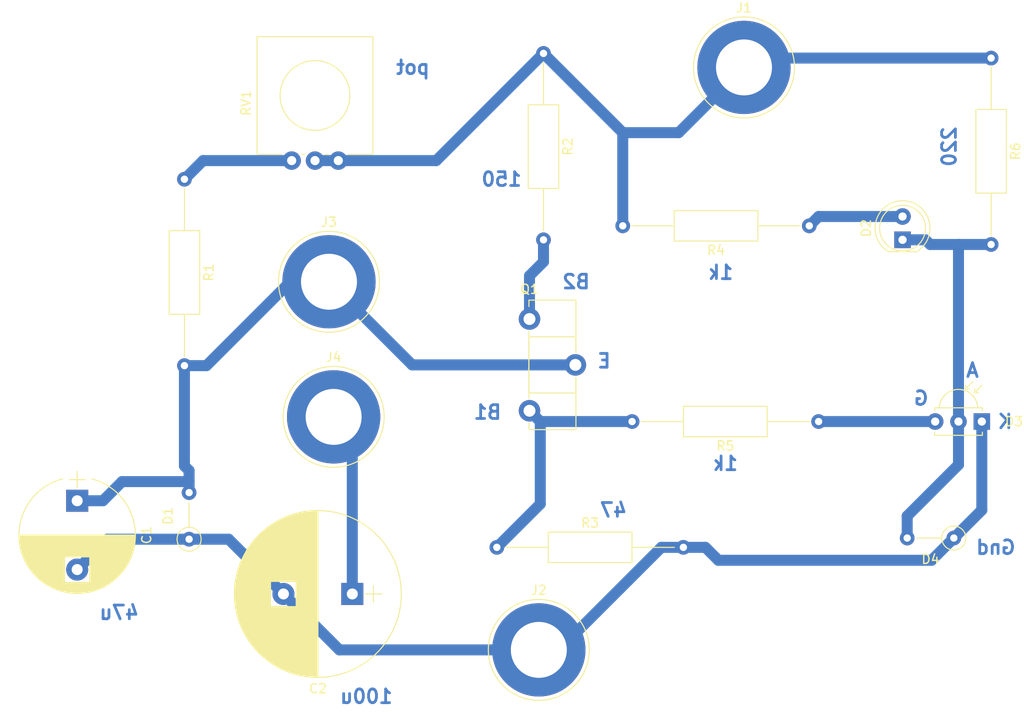
<source format=kicad_pcb>
(kicad_pcb (version 4) (host pcbnew 4.0.6)

  (general
    (links 25)
    (no_connects 0)
    (area 61.269 34.897 173.707 114.047)
    (thickness 1.6)
    (drawings 15)
    (tracks 62)
    (zones 0)
    (modules 18)
    (nets 11)
  )

  (page A4)
  (layers
    (0 F.Cu signal)
    (31 B.Cu signal)
    (32 B.Adhes user)
    (33 F.Adhes user)
    (34 B.Paste user)
    (35 F.Paste user)
    (36 B.SilkS user)
    (37 F.SilkS user)
    (38 B.Mask user)
    (39 F.Mask user)
    (40 Dwgs.User user)
    (41 Cmts.User user)
    (42 Eco1.User user)
    (43 Eco2.User user)
    (44 Edge.Cuts user)
    (45 Margin user)
    (46 B.CrtYd user)
    (47 F.CrtYd user)
    (48 B.Fab user)
    (49 F.Fab user)
  )

  (setup
    (last_trace_width 1.2)
    (trace_clearance 0.5)
    (zone_clearance 0.508)
    (zone_45_only no)
    (trace_min 0.2)
    (segment_width 0.2)
    (edge_width 0.15)
    (via_size 0.6)
    (via_drill 0.4)
    (via_min_size 0.4)
    (via_min_drill 0.3)
    (uvia_size 0.3)
    (uvia_drill 0.1)
    (uvias_allowed no)
    (uvia_min_size 0.2)
    (uvia_min_drill 0.1)
    (pcb_text_width 0.3)
    (pcb_text_size 1.5 1.5)
    (mod_edge_width 0.15)
    (mod_text_size 1 1)
    (mod_text_width 0.15)
    (pad_size 2 2)
    (pad_drill 1)
    (pad_to_mask_clearance 0.2)
    (aux_axis_origin 0 0)
    (visible_elements 7FFFFFFF)
    (pcbplotparams
      (layerselection 0x00030_80000001)
      (usegerberextensions false)
      (excludeedgelayer true)
      (linewidth 0.100000)
      (plotframeref false)
      (viasonmask false)
      (mode 1)
      (useauxorigin false)
      (hpglpennumber 1)
      (hpglpenspeed 20)
      (hpglpendiameter 15)
      (hpglpenoverlay 2)
      (psnegative false)
      (psa4output false)
      (plotreference true)
      (plotvalue true)
      (plotinvisibletext false)
      (padsonsilk false)
      (subtractmaskfromsilk false)
      (outputformat 1)
      (mirror false)
      (drillshape 1)
      (scaleselection 1)
      (outputdirectory ""))
  )

  (net 0 "")
  (net 1 /J1)
  (net 2 /Gnd)
  (net 3 /J2)
  (net 4 "Net-(D2-Pad1)")
  (net 5 "Net-(D2-Pad2)")
  (net 6 "Net-(D3-Pad3)")
  (net 7 /Vcc)
  (net 8 "Net-(Q1-Pad3)")
  (net 9 "Net-(Q1-Pad1)")
  (net 10 "Net-(R1-Pad1)")

  (net_class Default "This is the default net class."
    (clearance 0.5)
    (trace_width 1.2)
    (via_dia 0.6)
    (via_drill 0.4)
    (uvia_dia 0.3)
    (uvia_drill 0.1)
    (add_net /Gnd)
    (add_net /J1)
    (add_net /J2)
    (add_net /Vcc)
    (add_net "Net-(D2-Pad1)")
    (add_net "Net-(D2-Pad2)")
    (add_net "Net-(D3-Pad3)")
    (add_net "Net-(Q1-Pad1)")
    (add_net "Net-(Q1-Pad3)")
    (add_net "Net-(R1-Pad1)")
  )

  (module Potentiometers:Potentiometer_Trimmer_ACP_CA14h5_Vertical_Px5.0mm_Py10.0mm (layer F.Cu) (tedit 58826B0A) (tstamp 59E2DAFB)
    (at 119.38 70.104)
    (descr "Potentiometer, vertically mounted, Omeg PC16PU, Omeg PC16PU, Omeg PC16PU, Vishay/Spectrol 248GJ/249GJ Single, Vishay/Spectrol 248GJ/249GJ Single, Vishay/Spectrol 248GJ/249GJ Single, Vishay/Spectrol 248GH/249GH Single, Vishay/Spectrol 148/149 Single, Vishay/Spectrol 148/149 Single, Vishay/Spectrol 148/149 Single, Vishay/Spectrol 148A/149A Single with mounting plates, Vishay/Spectrol 148/149 Double, Vishay/Spectrol 148A/149A Double with mounting plates, Piher PC-16 Single, Piher PC-16 Single, Piher PC-16 Single, Piher PC-16SV Single, Piher PC-16 Double, Piher PC-16 Triple, Piher T16H Single, Piher T16L Single, Piher T16H Double, Alps RK163 Single, Alps RK163 Double, Alps RK097 Single, Alps RK097 Double, Bourns PTV09A-2 Single with mounting sleve Single, Bourns PTV09A-1 with mounting sleve Single, Bourns PRS11S Single, Alps RK09K Single with mounting sleve Single, Alps RK09K with mounting sleve Single, Alps RK09L Single, Alps RK09L Single, Alps RK09L Double, Alps RK09L Double, Alps RK09Y Single, Bourns 3339S Single, Bourns 3339S Single, Bourns 3339P Single, Bourns 3339H Single, Vishay T7YA Single, Suntan TSR-3386H Single, Suntan TSR-3386H Single, Suntan TSR-3386P Single, Vishay T73XX Single, Vishay T73XX Single, Vishay T73YP Single, Piher PT-6h Single, Piher PT-6v Single, Piher PT-6v Single, Piher PT-10h2.5 Single, Piher PT-10h5 Single, Piher PT-101h3.8 Single, Piher PT-10v10 Single, Piher PT-10v10 Single, Piher PT-10v5 Single, Piher PT-15h5 Single, Piher PT-15h2.5 Single, Piher PT-15B Single, Piher PT-15hc5 Single, Piher PT-15v12.5 Single, Piher PT-15v12.5 Single, Piher PT-15v15 Single, Piher PT-15v15 Single, ACP CA6h Single, ACP CA6v Single, ACP CA6v Single, ACP CA6VSMD Single, ACP CA6VSMD Single, ACP CA9h2.5 Single, ACP CA9h3.8 Single, ACP CA9h5 Single, ACP CA9V Single, ACP CA9V Single, ACP CA9VSMD Single, ACP CA9VSMD Single, ACP CA14h2.5 Single, ACP CA14h4 Single, ACP CA14h5 Single, http://www.acptechnologies.com/wp-content/uploads/2016/12/ACP-CAT%C3%81LOGO-ENTERO-2016.pdf")
    (tags "Potentiometer vertical  Omeg PC16PU  Omeg PC16PU  Omeg PC16PU  Vishay/Spectrol 248GJ/249GJ Single  Vishay/Spectrol 248GJ/249GJ Single  Vishay/Spectrol 248GJ/249GJ Single  Vishay/Spectrol 248GH/249GH Single  Vishay/Spectrol 148/149 Single  Vishay/Spectrol 148/149 Single  Vishay/Spectrol 148/149 Single  Vishay/Spectrol 148A/149A Single with mounting plates  Vishay/Spectrol 148/149 Double  Vishay/Spectrol 148A/149A Double with mounting plates  Piher PC-16 Single  Piher PC-16 Single  Piher PC-16 Single  Piher PC-16SV Single  Piher PC-16 Double  Piher PC-16 Triple  Piher T16H Single  Piher T16L Single  Piher T16H Double  Alps RK163 Single  Alps RK163 Double  Alps RK097 Single  Alps RK097 Double  Bourns PTV09A-2 Single with mounting sleve Single  Bourns PTV09A-1 with mounting sleve Single  Bourns PRS11S Single  Alps RK09K Single with mounting sleve Single  Alps RK09K with mounting sleve Single  Alps RK09L Single  Alps RK09L Single  Alps RK09L Double  Alps RK09L Double  Alps RK09Y Single  Bourns 3339S Single  Bourns 3339S Single  Bourns 3339P Single  Bourns 3339H Single  Vishay T7YA Single  Suntan TSR-3386H Single  Suntan TSR-3386H Single  Suntan TSR-3386P Single  Vishay T73XX Single  Vishay T73XX Single  Vishay T73YP Single  Piher PT-6h Single  Piher PT-6v Single  Piher PT-6v Single  Piher PT-10h2.5 Single  Piher PT-10h5 Single  Piher PT-101h3.8 Single  Piher PT-10v10 Single  Piher PT-10v10 Single  Piher PT-10v5 Single  Piher PT-15h5 Single  Piher PT-15h2.5 Single  Piher PT-15B Single  Piher PT-15hc5 Single  Piher PT-15v12.5 Single  Piher PT-15v12.5 Single  Piher PT-15v15 Single  Piher PT-15v15 Single  ACP CA6h Single  ACP CA6v Single  ACP CA6v Single  ACP CA6VSMD Single  ACP CA6VSMD Single  ACP CA9h2.5 Single  ACP CA9h3.8 Single  ACP CA9h5 Single  ACP CA9V Single  ACP CA9V Single  ACP CA9VSMD Single  ACP CA9VSMD Single  ACP CA14h2.5 Single  ACP CA14h4 Single  ACP CA14h5 Single")
    (path /59E1E8EF)
    (fp_text reference Q1 (at 0 -3.25) (layer F.SilkS)
      (effects (font (size 1 1) (thickness 0.15)))
    )
    (fp_text value Q_NUJT_BEB (at 0 13.25) (layer F.Fab)
      (effects (font (size 1 1) (thickness 0.15)))
    )
    (fp_line (start 5 -2) (end 5 12) (layer F.Fab) (width 0.1))
    (fp_line (start 5 12) (end 0 12) (layer F.Fab) (width 0.1))
    (fp_line (start 0 12) (end 0 -2) (layer F.Fab) (width 0.1))
    (fp_line (start 0 -2) (end 5 -2) (layer F.Fab) (width 0.1))
    (fp_line (start 0 2) (end 0 8) (layer F.Fab) (width 0.1))
    (fp_line (start 0 8) (end 5 8) (layer F.Fab) (width 0.1))
    (fp_line (start 5 8) (end 5 2) (layer F.Fab) (width 0.1))
    (fp_line (start 5 2) (end 0 2) (layer F.Fab) (width 0.1))
    (fp_line (start -0.061 -2.06) (end 5.06 -2.06) (layer F.SilkS) (width 0.12))
    (fp_line (start -0.061 12.06) (end 5.06 12.06) (layer F.SilkS) (width 0.12))
    (fp_line (start 5.06 -2.06) (end 5.06 3.635) (layer F.SilkS) (width 0.12))
    (fp_line (start 5.06 6.365) (end 5.06 12.06) (layer F.SilkS) (width 0.12))
    (fp_line (start -0.061 11.365) (end -0.061 12.06) (layer F.SilkS) (width 0.12))
    (fp_line (start -0.061 -2.06) (end -0.061 -1.365) (layer F.SilkS) (width 0.12))
    (fp_line (start -0.061 1.365) (end -0.061 8.635) (layer F.SilkS) (width 0.12))
    (fp_line (start -0.061 1.94) (end 5.06 1.94) (layer F.SilkS) (width 0.12))
    (fp_line (start -0.061 8.06) (end 5.06 8.06) (layer F.SilkS) (width 0.12))
    (fp_line (start -0.061 1.94) (end -0.061 8.06) (layer F.SilkS) (width 0.12))
    (fp_line (start 5.06 1.94) (end 5.06 3.635) (layer F.SilkS) (width 0.12))
    (fp_line (start 5.06 6.365) (end 5.06 8.06) (layer F.SilkS) (width 0.12))
    (fp_line (start -1.45 -2.25) (end -1.45 12.25) (layer F.CrtYd) (width 0.05))
    (fp_line (start -1.45 12.25) (end 6.45 12.25) (layer F.CrtYd) (width 0.05))
    (fp_line (start 6.45 12.25) (end 6.45 -2.25) (layer F.CrtYd) (width 0.05))
    (fp_line (start 6.45 -2.25) (end -1.45 -2.25) (layer F.CrtYd) (width 0.05))
    (pad 3 thru_hole circle (at 0 10) (size 2.34 2.34) (drill 1.3) (layers *.Cu *.Mask)
      (net 8 "Net-(Q1-Pad3)"))
    (pad 2 thru_hole circle (at 5 5) (size 2.34 2.34) (drill 1.3) (layers *.Cu *.Mask)
      (net 1 /J1))
    (pad 1 thru_hole circle (at 0 0) (size 2.34 2.34) (drill 1.3) (layers *.Cu *.Mask)
      (net 9 "Net-(Q1-Pad1)"))
    (model Potentiometers.3dshapes/Potentiometer_Trimmer_ACP_CA14h5_Vertical_Px5.0mm_Py10.0mm.wrl
      (at (xyz 0 0 0))
      (scale (xyz 0.393701 0.393701 0.393701))
      (rotate (xyz 0 0 0))
    )
  )

  (module Capacitors_THT:CP_Radial_D12.5mm_P7.50mm (layer F.Cu) (tedit 59E2DD88) (tstamp 59E2DAC1)
    (at 70.104 89.916 270)
    (descr "CP, Radial series, Radial, pin pitch=7.50mm, , diameter=12.5mm, Electrolytic Capacitor")
    (tags "CP Radial series Radial pin pitch 7.50mm  diameter 12.5mm Electrolytic Capacitor")
    (path /59E1B045)
    (fp_text reference C1 (at 3.75 -7.56 270) (layer F.SilkS)
      (effects (font (size 1 1) (thickness 0.15)))
    )
    (fp_text value 47u (at 3.75 7.56 270) (layer F.Fab)
      (effects (font (size 1 1) (thickness 0.15)))
    )
    (fp_arc (start 3.75 0) (end -2.389967 -1.58) (angle 151.1) (layer F.SilkS) (width 0.12))
    (fp_arc (start 3.75 0) (end -2.389967 1.58) (angle -151.1) (layer F.SilkS) (width 0.12))
    (fp_arc (start 3.75 0) (end 9.889967 -1.58) (angle 28.9) (layer F.SilkS) (width 0.12))
    (fp_circle (center 3.75 0) (end 10 0) (layer F.Fab) (width 0.1))
    (fp_line (start -3.2 0) (end -1.4 0) (layer F.Fab) (width 0.1))
    (fp_line (start -2.3 -0.9) (end -2.3 0.9) (layer F.Fab) (width 0.1))
    (fp_line (start 3.75 -6.3) (end 3.75 6.3) (layer F.SilkS) (width 0.12))
    (fp_line (start 3.79 -6.3) (end 3.79 6.3) (layer F.SilkS) (width 0.12))
    (fp_line (start 3.83 -6.3) (end 3.83 6.3) (layer F.SilkS) (width 0.12))
    (fp_line (start 3.87 -6.299) (end 3.87 6.299) (layer F.SilkS) (width 0.12))
    (fp_line (start 3.91 -6.298) (end 3.91 6.298) (layer F.SilkS) (width 0.12))
    (fp_line (start 3.95 -6.297) (end 3.95 6.297) (layer F.SilkS) (width 0.12))
    (fp_line (start 3.99 -6.296) (end 3.99 6.296) (layer F.SilkS) (width 0.12))
    (fp_line (start 4.03 -6.294) (end 4.03 6.294) (layer F.SilkS) (width 0.12))
    (fp_line (start 4.07 -6.292) (end 4.07 6.292) (layer F.SilkS) (width 0.12))
    (fp_line (start 4.11 -6.29) (end 4.11 6.29) (layer F.SilkS) (width 0.12))
    (fp_line (start 4.15 -6.288) (end 4.15 6.288) (layer F.SilkS) (width 0.12))
    (fp_line (start 4.19 -6.285) (end 4.19 6.285) (layer F.SilkS) (width 0.12))
    (fp_line (start 4.23 -6.282) (end 4.23 6.282) (layer F.SilkS) (width 0.12))
    (fp_line (start 4.27 -6.279) (end 4.27 6.279) (layer F.SilkS) (width 0.12))
    (fp_line (start 4.31 -6.276) (end 4.31 6.276) (layer F.SilkS) (width 0.12))
    (fp_line (start 4.35 -6.272) (end 4.35 6.272) (layer F.SilkS) (width 0.12))
    (fp_line (start 4.39 -6.268) (end 4.39 6.268) (layer F.SilkS) (width 0.12))
    (fp_line (start 4.43 -6.264) (end 4.43 6.264) (layer F.SilkS) (width 0.12))
    (fp_line (start 4.471 -6.259) (end 4.471 6.259) (layer F.SilkS) (width 0.12))
    (fp_line (start 4.511 -6.255) (end 4.511 6.255) (layer F.SilkS) (width 0.12))
    (fp_line (start 4.551 -6.25) (end 4.551 6.25) (layer F.SilkS) (width 0.12))
    (fp_line (start 4.591 -6.245) (end 4.591 6.245) (layer F.SilkS) (width 0.12))
    (fp_line (start 4.631 -6.239) (end 4.631 6.239) (layer F.SilkS) (width 0.12))
    (fp_line (start 4.671 -6.233) (end 4.671 6.233) (layer F.SilkS) (width 0.12))
    (fp_line (start 4.711 -6.227) (end 4.711 6.227) (layer F.SilkS) (width 0.12))
    (fp_line (start 4.751 -6.221) (end 4.751 6.221) (layer F.SilkS) (width 0.12))
    (fp_line (start 4.791 -6.215) (end 4.791 6.215) (layer F.SilkS) (width 0.12))
    (fp_line (start 4.831 -6.208) (end 4.831 6.208) (layer F.SilkS) (width 0.12))
    (fp_line (start 4.871 -6.201) (end 4.871 6.201) (layer F.SilkS) (width 0.12))
    (fp_line (start 4.911 -6.193) (end 4.911 6.193) (layer F.SilkS) (width 0.12))
    (fp_line (start 4.951 -6.186) (end 4.951 6.186) (layer F.SilkS) (width 0.12))
    (fp_line (start 4.991 -6.178) (end 4.991 6.178) (layer F.SilkS) (width 0.12))
    (fp_line (start 5.031 -6.17) (end 5.031 6.17) (layer F.SilkS) (width 0.12))
    (fp_line (start 5.071 -6.162) (end 5.071 6.162) (layer F.SilkS) (width 0.12))
    (fp_line (start 5.111 -6.153) (end 5.111 6.153) (layer F.SilkS) (width 0.12))
    (fp_line (start 5.151 -6.144) (end 5.151 6.144) (layer F.SilkS) (width 0.12))
    (fp_line (start 5.191 -6.135) (end 5.191 6.135) (layer F.SilkS) (width 0.12))
    (fp_line (start 5.231 -6.125) (end 5.231 6.125) (layer F.SilkS) (width 0.12))
    (fp_line (start 5.271 -6.116) (end 5.271 6.116) (layer F.SilkS) (width 0.12))
    (fp_line (start 5.311 -6.106) (end 5.311 6.106) (layer F.SilkS) (width 0.12))
    (fp_line (start 5.351 -6.095) (end 5.351 6.095) (layer F.SilkS) (width 0.12))
    (fp_line (start 5.391 -6.085) (end 5.391 6.085) (layer F.SilkS) (width 0.12))
    (fp_line (start 5.431 -6.074) (end 5.431 6.074) (layer F.SilkS) (width 0.12))
    (fp_line (start 5.471 -6.063) (end 5.471 6.063) (layer F.SilkS) (width 0.12))
    (fp_line (start 5.511 -6.051) (end 5.511 6.051) (layer F.SilkS) (width 0.12))
    (fp_line (start 5.551 -6.04) (end 5.551 6.04) (layer F.SilkS) (width 0.12))
    (fp_line (start 5.591 -6.028) (end 5.591 6.028) (layer F.SilkS) (width 0.12))
    (fp_line (start 5.631 -6.015) (end 5.631 6.015) (layer F.SilkS) (width 0.12))
    (fp_line (start 5.671 -6.003) (end 5.671 6.003) (layer F.SilkS) (width 0.12))
    (fp_line (start 5.711 -5.99) (end 5.711 5.99) (layer F.SilkS) (width 0.12))
    (fp_line (start 5.751 -5.977) (end 5.751 5.977) (layer F.SilkS) (width 0.12))
    (fp_line (start 5.791 -5.963) (end 5.791 5.963) (layer F.SilkS) (width 0.12))
    (fp_line (start 5.831 -5.95) (end 5.831 5.95) (layer F.SilkS) (width 0.12))
    (fp_line (start 5.871 -5.936) (end 5.871 5.936) (layer F.SilkS) (width 0.12))
    (fp_line (start 5.911 -5.921) (end 5.911 5.921) (layer F.SilkS) (width 0.12))
    (fp_line (start 5.951 -5.907) (end 5.951 5.907) (layer F.SilkS) (width 0.12))
    (fp_line (start 5.991 -5.892) (end 5.991 5.892) (layer F.SilkS) (width 0.12))
    (fp_line (start 6.031 -5.876) (end 6.031 5.876) (layer F.SilkS) (width 0.12))
    (fp_line (start 6.071 -5.861) (end 6.071 5.861) (layer F.SilkS) (width 0.12))
    (fp_line (start 6.111 -5.845) (end 6.111 5.845) (layer F.SilkS) (width 0.12))
    (fp_line (start 6.151 -5.829) (end 6.151 -1.38) (layer F.SilkS) (width 0.12))
    (fp_line (start 6.151 1.38) (end 6.151 5.829) (layer F.SilkS) (width 0.12))
    (fp_line (start 6.191 -5.812) (end 6.191 -1.38) (layer F.SilkS) (width 0.12))
    (fp_line (start 6.191 1.38) (end 6.191 5.812) (layer F.SilkS) (width 0.12))
    (fp_line (start 6.231 -5.795) (end 6.231 -1.38) (layer F.SilkS) (width 0.12))
    (fp_line (start 6.231 1.38) (end 6.231 5.795) (layer F.SilkS) (width 0.12))
    (fp_line (start 6.271 -5.778) (end 6.271 -1.38) (layer F.SilkS) (width 0.12))
    (fp_line (start 6.271 1.38) (end 6.271 5.778) (layer F.SilkS) (width 0.12))
    (fp_line (start 6.311 -5.761) (end 6.311 -1.38) (layer F.SilkS) (width 0.12))
    (fp_line (start 6.311 1.38) (end 6.311 5.761) (layer F.SilkS) (width 0.12))
    (fp_line (start 6.351 -5.743) (end 6.351 -1.38) (layer F.SilkS) (width 0.12))
    (fp_line (start 6.351 1.38) (end 6.351 5.743) (layer F.SilkS) (width 0.12))
    (fp_line (start 6.391 -5.725) (end 6.391 -1.38) (layer F.SilkS) (width 0.12))
    (fp_line (start 6.391 1.38) (end 6.391 5.725) (layer F.SilkS) (width 0.12))
    (fp_line (start 6.431 -5.706) (end 6.431 -1.38) (layer F.SilkS) (width 0.12))
    (fp_line (start 6.431 1.38) (end 6.431 5.706) (layer F.SilkS) (width 0.12))
    (fp_line (start 6.471 -5.687) (end 6.471 -1.38) (layer F.SilkS) (width 0.12))
    (fp_line (start 6.471 1.38) (end 6.471 5.687) (layer F.SilkS) (width 0.12))
    (fp_line (start 6.511 -5.668) (end 6.511 -1.38) (layer F.SilkS) (width 0.12))
    (fp_line (start 6.511 1.38) (end 6.511 5.668) (layer F.SilkS) (width 0.12))
    (fp_line (start 6.551 -5.649) (end 6.551 -1.38) (layer F.SilkS) (width 0.12))
    (fp_line (start 6.551 1.38) (end 6.551 5.649) (layer F.SilkS) (width 0.12))
    (fp_line (start 6.591 -5.629) (end 6.591 -1.38) (layer F.SilkS) (width 0.12))
    (fp_line (start 6.591 1.38) (end 6.591 5.629) (layer F.SilkS) (width 0.12))
    (fp_line (start 6.631 -5.609) (end 6.631 -1.38) (layer F.SilkS) (width 0.12))
    (fp_line (start 6.631 1.38) (end 6.631 5.609) (layer F.SilkS) (width 0.12))
    (fp_line (start 6.671 -5.588) (end 6.671 -1.38) (layer F.SilkS) (width 0.12))
    (fp_line (start 6.671 1.38) (end 6.671 5.588) (layer F.SilkS) (width 0.12))
    (fp_line (start 6.711 -5.567) (end 6.711 -1.38) (layer F.SilkS) (width 0.12))
    (fp_line (start 6.711 1.38) (end 6.711 5.567) (layer F.SilkS) (width 0.12))
    (fp_line (start 6.751 -5.546) (end 6.751 -1.38) (layer F.SilkS) (width 0.12))
    (fp_line (start 6.751 1.38) (end 6.751 5.546) (layer F.SilkS) (width 0.12))
    (fp_line (start 6.791 -5.524) (end 6.791 -1.38) (layer F.SilkS) (width 0.12))
    (fp_line (start 6.791 1.38) (end 6.791 5.524) (layer F.SilkS) (width 0.12))
    (fp_line (start 6.831 -5.502) (end 6.831 -1.38) (layer F.SilkS) (width 0.12))
    (fp_line (start 6.831 1.38) (end 6.831 5.502) (layer F.SilkS) (width 0.12))
    (fp_line (start 6.871 -5.48) (end 6.871 -1.38) (layer F.SilkS) (width 0.12))
    (fp_line (start 6.871 1.38) (end 6.871 5.48) (layer F.SilkS) (width 0.12))
    (fp_line (start 6.911 -5.457) (end 6.911 -1.38) (layer F.SilkS) (width 0.12))
    (fp_line (start 6.911 1.38) (end 6.911 5.457) (layer F.SilkS) (width 0.12))
    (fp_line (start 6.951 -5.434) (end 6.951 -1.38) (layer F.SilkS) (width 0.12))
    (fp_line (start 6.951 1.38) (end 6.951 5.434) (layer F.SilkS) (width 0.12))
    (fp_line (start 6.991 -5.41) (end 6.991 -1.38) (layer F.SilkS) (width 0.12))
    (fp_line (start 6.991 1.38) (end 6.991 5.41) (layer F.SilkS) (width 0.12))
    (fp_line (start 7.031 -5.386) (end 7.031 -1.38) (layer F.SilkS) (width 0.12))
    (fp_line (start 7.031 1.38) (end 7.031 5.386) (layer F.SilkS) (width 0.12))
    (fp_line (start 7.071 -5.362) (end 7.071 -1.38) (layer F.SilkS) (width 0.12))
    (fp_line (start 7.071 1.38) (end 7.071 5.362) (layer F.SilkS) (width 0.12))
    (fp_line (start 7.111 -5.337) (end 7.111 -1.38) (layer F.SilkS) (width 0.12))
    (fp_line (start 7.111 1.38) (end 7.111 5.337) (layer F.SilkS) (width 0.12))
    (fp_line (start 7.151 -5.312) (end 7.151 -1.38) (layer F.SilkS) (width 0.12))
    (fp_line (start 7.151 1.38) (end 7.151 5.312) (layer F.SilkS) (width 0.12))
    (fp_line (start 7.191 -5.286) (end 7.191 -1.38) (layer F.SilkS) (width 0.12))
    (fp_line (start 7.191 1.38) (end 7.191 5.286) (layer F.SilkS) (width 0.12))
    (fp_line (start 7.231 -5.26) (end 7.231 -1.38) (layer F.SilkS) (width 0.12))
    (fp_line (start 7.231 1.38) (end 7.231 5.26) (layer F.SilkS) (width 0.12))
    (fp_line (start 7.271 -5.234) (end 7.271 -1.38) (layer F.SilkS) (width 0.12))
    (fp_line (start 7.271 1.38) (end 7.271 5.234) (layer F.SilkS) (width 0.12))
    (fp_line (start 7.311 -5.207) (end 7.311 -1.38) (layer F.SilkS) (width 0.12))
    (fp_line (start 7.311 1.38) (end 7.311 5.207) (layer F.SilkS) (width 0.12))
    (fp_line (start 7.351 -5.179) (end 7.351 -1.38) (layer F.SilkS) (width 0.12))
    (fp_line (start 7.351 1.38) (end 7.351 5.179) (layer F.SilkS) (width 0.12))
    (fp_line (start 7.391 -5.151) (end 7.391 -1.38) (layer F.SilkS) (width 0.12))
    (fp_line (start 7.391 1.38) (end 7.391 5.151) (layer F.SilkS) (width 0.12))
    (fp_line (start 7.431 -5.123) (end 7.431 -1.38) (layer F.SilkS) (width 0.12))
    (fp_line (start 7.431 1.38) (end 7.431 5.123) (layer F.SilkS) (width 0.12))
    (fp_line (start 7.471 -5.094) (end 7.471 -1.38) (layer F.SilkS) (width 0.12))
    (fp_line (start 7.471 1.38) (end 7.471 5.094) (layer F.SilkS) (width 0.12))
    (fp_line (start 7.511 -5.065) (end 7.511 -1.38) (layer F.SilkS) (width 0.12))
    (fp_line (start 7.511 1.38) (end 7.511 5.065) (layer F.SilkS) (width 0.12))
    (fp_line (start 7.551 -5.035) (end 7.551 -1.38) (layer F.SilkS) (width 0.12))
    (fp_line (start 7.551 1.38) (end 7.551 5.035) (layer F.SilkS) (width 0.12))
    (fp_line (start 7.591 -5.005) (end 7.591 -1.38) (layer F.SilkS) (width 0.12))
    (fp_line (start 7.591 1.38) (end 7.591 5.005) (layer F.SilkS) (width 0.12))
    (fp_line (start 7.631 -4.975) (end 7.631 -1.38) (layer F.SilkS) (width 0.12))
    (fp_line (start 7.631 1.38) (end 7.631 4.975) (layer F.SilkS) (width 0.12))
    (fp_line (start 7.671 -4.943) (end 7.671 -1.38) (layer F.SilkS) (width 0.12))
    (fp_line (start 7.671 1.38) (end 7.671 4.943) (layer F.SilkS) (width 0.12))
    (fp_line (start 7.711 -4.912) (end 7.711 -1.38) (layer F.SilkS) (width 0.12))
    (fp_line (start 7.711 1.38) (end 7.711 4.912) (layer F.SilkS) (width 0.12))
    (fp_line (start 7.751 -4.879) (end 7.751 -1.38) (layer F.SilkS) (width 0.12))
    (fp_line (start 7.751 1.38) (end 7.751 4.879) (layer F.SilkS) (width 0.12))
    (fp_line (start 7.791 -4.847) (end 7.791 -1.38) (layer F.SilkS) (width 0.12))
    (fp_line (start 7.791 1.38) (end 7.791 4.847) (layer F.SilkS) (width 0.12))
    (fp_line (start 7.831 -4.813) (end 7.831 -1.38) (layer F.SilkS) (width 0.12))
    (fp_line (start 7.831 1.38) (end 7.831 4.813) (layer F.SilkS) (width 0.12))
    (fp_line (start 7.871 -4.779) (end 7.871 -1.38) (layer F.SilkS) (width 0.12))
    (fp_line (start 7.871 1.38) (end 7.871 4.779) (layer F.SilkS) (width 0.12))
    (fp_line (start 7.911 -4.745) (end 7.911 -1.38) (layer F.SilkS) (width 0.12))
    (fp_line (start 7.911 1.38) (end 7.911 4.745) (layer F.SilkS) (width 0.12))
    (fp_line (start 7.951 -4.71) (end 7.951 -1.38) (layer F.SilkS) (width 0.12))
    (fp_line (start 7.951 1.38) (end 7.951 4.71) (layer F.SilkS) (width 0.12))
    (fp_line (start 7.991 -4.674) (end 7.991 -1.38) (layer F.SilkS) (width 0.12))
    (fp_line (start 7.991 1.38) (end 7.991 4.674) (layer F.SilkS) (width 0.12))
    (fp_line (start 8.031 -4.638) (end 8.031 -1.38) (layer F.SilkS) (width 0.12))
    (fp_line (start 8.031 1.38) (end 8.031 4.638) (layer F.SilkS) (width 0.12))
    (fp_line (start 8.071 -4.601) (end 8.071 -1.38) (layer F.SilkS) (width 0.12))
    (fp_line (start 8.071 1.38) (end 8.071 4.601) (layer F.SilkS) (width 0.12))
    (fp_line (start 8.111 -4.563) (end 8.111 -1.38) (layer F.SilkS) (width 0.12))
    (fp_line (start 8.111 1.38) (end 8.111 4.563) (layer F.SilkS) (width 0.12))
    (fp_line (start 8.151 -4.525) (end 8.151 -1.38) (layer F.SilkS) (width 0.12))
    (fp_line (start 8.151 1.38) (end 8.151 4.525) (layer F.SilkS) (width 0.12))
    (fp_line (start 8.191 -4.486) (end 8.191 -1.38) (layer F.SilkS) (width 0.12))
    (fp_line (start 8.191 1.38) (end 8.191 4.486) (layer F.SilkS) (width 0.12))
    (fp_line (start 8.231 -4.447) (end 8.231 -1.38) (layer F.SilkS) (width 0.12))
    (fp_line (start 8.231 1.38) (end 8.231 4.447) (layer F.SilkS) (width 0.12))
    (fp_line (start 8.271 -4.406) (end 8.271 -1.38) (layer F.SilkS) (width 0.12))
    (fp_line (start 8.271 1.38) (end 8.271 4.406) (layer F.SilkS) (width 0.12))
    (fp_line (start 8.311 -4.365) (end 8.311 -1.38) (layer F.SilkS) (width 0.12))
    (fp_line (start 8.311 1.38) (end 8.311 4.365) (layer F.SilkS) (width 0.12))
    (fp_line (start 8.351 -4.323) (end 8.351 -1.38) (layer F.SilkS) (width 0.12))
    (fp_line (start 8.351 1.38) (end 8.351 4.323) (layer F.SilkS) (width 0.12))
    (fp_line (start 8.391 -4.281) (end 8.391 -1.38) (layer F.SilkS) (width 0.12))
    (fp_line (start 8.391 1.38) (end 8.391 4.281) (layer F.SilkS) (width 0.12))
    (fp_line (start 8.431 -4.238) (end 8.431 -1.38) (layer F.SilkS) (width 0.12))
    (fp_line (start 8.431 1.38) (end 8.431 4.238) (layer F.SilkS) (width 0.12))
    (fp_line (start 8.471 -4.193) (end 8.471 -1.38) (layer F.SilkS) (width 0.12))
    (fp_line (start 8.471 1.38) (end 8.471 4.193) (layer F.SilkS) (width 0.12))
    (fp_line (start 8.511 -4.148) (end 8.511 -1.38) (layer F.SilkS) (width 0.12))
    (fp_line (start 8.511 1.38) (end 8.511 4.148) (layer F.SilkS) (width 0.12))
    (fp_line (start 8.551 -4.102) (end 8.551 -1.38) (layer F.SilkS) (width 0.12))
    (fp_line (start 8.551 1.38) (end 8.551 4.102) (layer F.SilkS) (width 0.12))
    (fp_line (start 8.591 -4.056) (end 8.591 -1.38) (layer F.SilkS) (width 0.12))
    (fp_line (start 8.591 1.38) (end 8.591 4.056) (layer F.SilkS) (width 0.12))
    (fp_line (start 8.631 -4.008) (end 8.631 -1.38) (layer F.SilkS) (width 0.12))
    (fp_line (start 8.631 1.38) (end 8.631 4.008) (layer F.SilkS) (width 0.12))
    (fp_line (start 8.671 -3.959) (end 8.671 -1.38) (layer F.SilkS) (width 0.12))
    (fp_line (start 8.671 1.38) (end 8.671 3.959) (layer F.SilkS) (width 0.12))
    (fp_line (start 8.711 -3.909) (end 8.711 -1.38) (layer F.SilkS) (width 0.12))
    (fp_line (start 8.711 1.38) (end 8.711 3.909) (layer F.SilkS) (width 0.12))
    (fp_line (start 8.751 -3.859) (end 8.751 -1.38) (layer F.SilkS) (width 0.12))
    (fp_line (start 8.751 1.38) (end 8.751 3.859) (layer F.SilkS) (width 0.12))
    (fp_line (start 8.791 -3.807) (end 8.791 -1.38) (layer F.SilkS) (width 0.12))
    (fp_line (start 8.791 1.38) (end 8.791 3.807) (layer F.SilkS) (width 0.12))
    (fp_line (start 8.831 -3.754) (end 8.831 -1.38) (layer F.SilkS) (width 0.12))
    (fp_line (start 8.831 1.38) (end 8.831 3.754) (layer F.SilkS) (width 0.12))
    (fp_line (start 8.871 -3.7) (end 8.871 -1.38) (layer F.SilkS) (width 0.12))
    (fp_line (start 8.871 1.38) (end 8.871 3.7) (layer F.SilkS) (width 0.12))
    (fp_line (start 8.911 -3.644) (end 8.911 3.644) (layer F.SilkS) (width 0.12))
    (fp_line (start 8.951 -3.588) (end 8.951 3.588) (layer F.SilkS) (width 0.12))
    (fp_line (start 8.991 -3.53) (end 8.991 3.53) (layer F.SilkS) (width 0.12))
    (fp_line (start 9.031 -3.47) (end 9.031 3.47) (layer F.SilkS) (width 0.12))
    (fp_line (start 9.071 -3.409) (end 9.071 3.409) (layer F.SilkS) (width 0.12))
    (fp_line (start 9.111 -3.347) (end 9.111 3.347) (layer F.SilkS) (width 0.12))
    (fp_line (start 9.151 -3.282) (end 9.151 3.282) (layer F.SilkS) (width 0.12))
    (fp_line (start 9.191 -3.217) (end 9.191 3.217) (layer F.SilkS) (width 0.12))
    (fp_line (start 9.231 -3.149) (end 9.231 3.149) (layer F.SilkS) (width 0.12))
    (fp_line (start 9.271 -3.079) (end 9.271 3.079) (layer F.SilkS) (width 0.12))
    (fp_line (start 9.311 -3.007) (end 9.311 3.007) (layer F.SilkS) (width 0.12))
    (fp_line (start 9.351 -2.933) (end 9.351 2.933) (layer F.SilkS) (width 0.12))
    (fp_line (start 9.391 -2.856) (end 9.391 2.856) (layer F.SilkS) (width 0.12))
    (fp_line (start 9.431 -2.777) (end 9.431 2.777) (layer F.SilkS) (width 0.12))
    (fp_line (start 9.471 -2.695) (end 9.471 2.695) (layer F.SilkS) (width 0.12))
    (fp_line (start 9.511 -2.61) (end 9.511 2.61) (layer F.SilkS) (width 0.12))
    (fp_line (start 9.551 -2.521) (end 9.551 2.521) (layer F.SilkS) (width 0.12))
    (fp_line (start 9.591 -2.428) (end 9.591 2.428) (layer F.SilkS) (width 0.12))
    (fp_line (start 9.631 -2.331) (end 9.631 2.331) (layer F.SilkS) (width 0.12))
    (fp_line (start 9.671 -2.23) (end 9.671 2.23) (layer F.SilkS) (width 0.12))
    (fp_line (start 9.711 -2.122) (end 9.711 2.122) (layer F.SilkS) (width 0.12))
    (fp_line (start 9.751 -2.009) (end 9.751 2.009) (layer F.SilkS) (width 0.12))
    (fp_line (start 9.791 -1.888) (end 9.791 1.888) (layer F.SilkS) (width 0.12))
    (fp_line (start 9.831 -1.757) (end 9.831 1.757) (layer F.SilkS) (width 0.12))
    (fp_line (start 9.871 -1.616) (end 9.871 1.616) (layer F.SilkS) (width 0.12))
    (fp_line (start 9.911 -1.46) (end 9.911 1.46) (layer F.SilkS) (width 0.12))
    (fp_line (start 9.951 -1.285) (end 9.951 1.285) (layer F.SilkS) (width 0.12))
    (fp_line (start 9.991 -1.082) (end 9.991 1.082) (layer F.SilkS) (width 0.12))
    (fp_line (start 10.031 -0.831) (end 10.031 0.831) (layer F.SilkS) (width 0.12))
    (fp_line (start 10.071 -0.464) (end 10.071 0.464) (layer F.SilkS) (width 0.12))
    (fp_line (start -3.2 0) (end -1.4 0) (layer F.SilkS) (width 0.12))
    (fp_line (start -2.3 -0.9) (end -2.3 0.9) (layer F.SilkS) (width 0.12))
    (fp_line (start -2.85 -6.6) (end -2.85 6.6) (layer F.CrtYd) (width 0.05))
    (fp_line (start -2.85 6.6) (end 10.35 6.6) (layer F.CrtYd) (width 0.05))
    (fp_line (start 10.35 6.6) (end 10.35 -6.6) (layer F.CrtYd) (width 0.05))
    (fp_line (start 10.35 -6.6) (end -2.85 -6.6) (layer F.CrtYd) (width 0.05))
    (fp_text user %R (at 6.985 -14.605 270) (layer F.Fab)
      (effects (font (size 1 1) (thickness 0.15)))
    )
    (pad 1 thru_hole rect (at 0 0 270) (size 2.4 2.4) (drill 1.2) (layers *.Cu *.Mask)
      (net 1 /J1))
    (pad 2 thru_hole circle (at 7.5 0 270) (size 2.4 2.4) (drill 1.2) (layers *.Cu *.Mask)
      (net 2 /Gnd))
    (model ${KISYS3DMOD}/Capacitors_THT.3dshapes/CP_Radial_D12.5mm_P7.50mm.wrl
      (at (xyz 0 0 0))
      (scale (xyz 1 1 1))
      (rotate (xyz 0 0 0))
    )
  )

  (module Capacitors_THT:CP_Radial_D18.0mm_P7.50mm (layer F.Cu) (tedit 597BC7C2) (tstamp 59E2DAC7)
    (at 100.076 100.076 180)
    (descr "CP, Radial series, Radial, pin pitch=7.50mm, , diameter=18mm, Electrolytic Capacitor")
    (tags "CP Radial series Radial pin pitch 7.50mm  diameter 18mm Electrolytic Capacitor")
    (path /59E1B124)
    (fp_text reference C2 (at 3.75 -10.31 180) (layer F.SilkS)
      (effects (font (size 1 1) (thickness 0.15)))
    )
    (fp_text value 100u (at 3.75 10.31 180) (layer F.Fab)
      (effects (font (size 1 1) (thickness 0.15)))
    )
    (fp_circle (center 3.75 0) (end 12.75 0) (layer F.Fab) (width 0.1))
    (fp_circle (center 3.75 0) (end 12.84 0) (layer F.SilkS) (width 0.12))
    (fp_line (start -3.2 0) (end -1.4 0) (layer F.Fab) (width 0.1))
    (fp_line (start -2.3 -0.9) (end -2.3 0.9) (layer F.Fab) (width 0.1))
    (fp_line (start 3.75 -9.05) (end 3.75 9.05) (layer F.SilkS) (width 0.12))
    (fp_line (start 3.79 -9.05) (end 3.79 9.05) (layer F.SilkS) (width 0.12))
    (fp_line (start 3.83 -9.05) (end 3.83 9.05) (layer F.SilkS) (width 0.12))
    (fp_line (start 3.87 -9.05) (end 3.87 9.05) (layer F.SilkS) (width 0.12))
    (fp_line (start 3.91 -9.049) (end 3.91 9.049) (layer F.SilkS) (width 0.12))
    (fp_line (start 3.95 -9.048) (end 3.95 9.048) (layer F.SilkS) (width 0.12))
    (fp_line (start 3.99 -9.047) (end 3.99 9.047) (layer F.SilkS) (width 0.12))
    (fp_line (start 4.03 -9.046) (end 4.03 9.046) (layer F.SilkS) (width 0.12))
    (fp_line (start 4.07 -9.045) (end 4.07 9.045) (layer F.SilkS) (width 0.12))
    (fp_line (start 4.11 -9.043) (end 4.11 9.043) (layer F.SilkS) (width 0.12))
    (fp_line (start 4.15 -9.042) (end 4.15 9.042) (layer F.SilkS) (width 0.12))
    (fp_line (start 4.19 -9.04) (end 4.19 9.04) (layer F.SilkS) (width 0.12))
    (fp_line (start 4.23 -9.038) (end 4.23 9.038) (layer F.SilkS) (width 0.12))
    (fp_line (start 4.27 -9.036) (end 4.27 9.036) (layer F.SilkS) (width 0.12))
    (fp_line (start 4.31 -9.033) (end 4.31 9.033) (layer F.SilkS) (width 0.12))
    (fp_line (start 4.35 -9.031) (end 4.35 9.031) (layer F.SilkS) (width 0.12))
    (fp_line (start 4.39 -9.028) (end 4.39 9.028) (layer F.SilkS) (width 0.12))
    (fp_line (start 4.43 -9.025) (end 4.43 9.025) (layer F.SilkS) (width 0.12))
    (fp_line (start 4.471 -9.022) (end 4.471 9.022) (layer F.SilkS) (width 0.12))
    (fp_line (start 4.511 -9.019) (end 4.511 9.019) (layer F.SilkS) (width 0.12))
    (fp_line (start 4.551 -9.015) (end 4.551 9.015) (layer F.SilkS) (width 0.12))
    (fp_line (start 4.591 -9.012) (end 4.591 9.012) (layer F.SilkS) (width 0.12))
    (fp_line (start 4.631 -9.008) (end 4.631 9.008) (layer F.SilkS) (width 0.12))
    (fp_line (start 4.671 -9.004) (end 4.671 9.004) (layer F.SilkS) (width 0.12))
    (fp_line (start 4.711 -9) (end 4.711 9) (layer F.SilkS) (width 0.12))
    (fp_line (start 4.751 -8.995) (end 4.751 8.995) (layer F.SilkS) (width 0.12))
    (fp_line (start 4.791 -8.991) (end 4.791 8.991) (layer F.SilkS) (width 0.12))
    (fp_line (start 4.831 -8.986) (end 4.831 8.986) (layer F.SilkS) (width 0.12))
    (fp_line (start 4.871 -8.981) (end 4.871 8.981) (layer F.SilkS) (width 0.12))
    (fp_line (start 4.911 -8.976) (end 4.911 8.976) (layer F.SilkS) (width 0.12))
    (fp_line (start 4.951 -8.971) (end 4.951 8.971) (layer F.SilkS) (width 0.12))
    (fp_line (start 4.991 -8.966) (end 4.991 8.966) (layer F.SilkS) (width 0.12))
    (fp_line (start 5.031 -8.96) (end 5.031 8.96) (layer F.SilkS) (width 0.12))
    (fp_line (start 5.071 -8.954) (end 5.071 8.954) (layer F.SilkS) (width 0.12))
    (fp_line (start 5.111 -8.948) (end 5.111 8.948) (layer F.SilkS) (width 0.12))
    (fp_line (start 5.151 -8.942) (end 5.151 8.942) (layer F.SilkS) (width 0.12))
    (fp_line (start 5.191 -8.936) (end 5.191 8.936) (layer F.SilkS) (width 0.12))
    (fp_line (start 5.231 -8.929) (end 5.231 8.929) (layer F.SilkS) (width 0.12))
    (fp_line (start 5.271 -8.923) (end 5.271 8.923) (layer F.SilkS) (width 0.12))
    (fp_line (start 5.311 -8.916) (end 5.311 8.916) (layer F.SilkS) (width 0.12))
    (fp_line (start 5.351 -8.909) (end 5.351 8.909) (layer F.SilkS) (width 0.12))
    (fp_line (start 5.391 -8.901) (end 5.391 8.901) (layer F.SilkS) (width 0.12))
    (fp_line (start 5.431 -8.894) (end 5.431 8.894) (layer F.SilkS) (width 0.12))
    (fp_line (start 5.471 -8.886) (end 5.471 8.886) (layer F.SilkS) (width 0.12))
    (fp_line (start 5.511 -8.878) (end 5.511 8.878) (layer F.SilkS) (width 0.12))
    (fp_line (start 5.551 -8.87) (end 5.551 8.87) (layer F.SilkS) (width 0.12))
    (fp_line (start 5.591 -8.862) (end 5.591 8.862) (layer F.SilkS) (width 0.12))
    (fp_line (start 5.631 -8.854) (end 5.631 8.854) (layer F.SilkS) (width 0.12))
    (fp_line (start 5.671 -8.845) (end 5.671 8.845) (layer F.SilkS) (width 0.12))
    (fp_line (start 5.711 -8.837) (end 5.711 8.837) (layer F.SilkS) (width 0.12))
    (fp_line (start 5.751 -8.828) (end 5.751 8.828) (layer F.SilkS) (width 0.12))
    (fp_line (start 5.791 -8.819) (end 5.791 8.819) (layer F.SilkS) (width 0.12))
    (fp_line (start 5.831 -8.809) (end 5.831 8.809) (layer F.SilkS) (width 0.12))
    (fp_line (start 5.871 -8.8) (end 5.871 8.8) (layer F.SilkS) (width 0.12))
    (fp_line (start 5.911 -8.79) (end 5.911 8.79) (layer F.SilkS) (width 0.12))
    (fp_line (start 5.951 -8.78) (end 5.951 8.78) (layer F.SilkS) (width 0.12))
    (fp_line (start 5.991 -8.77) (end 5.991 8.77) (layer F.SilkS) (width 0.12))
    (fp_line (start 6.031 -8.76) (end 6.031 8.76) (layer F.SilkS) (width 0.12))
    (fp_line (start 6.071 -8.749) (end 6.071 8.749) (layer F.SilkS) (width 0.12))
    (fp_line (start 6.111 -8.739) (end 6.111 8.739) (layer F.SilkS) (width 0.12))
    (fp_line (start 6.151 -8.728) (end 6.151 -1.38) (layer F.SilkS) (width 0.12))
    (fp_line (start 6.151 1.38) (end 6.151 8.728) (layer F.SilkS) (width 0.12))
    (fp_line (start 6.191 -8.717) (end 6.191 -1.38) (layer F.SilkS) (width 0.12))
    (fp_line (start 6.191 1.38) (end 6.191 8.717) (layer F.SilkS) (width 0.12))
    (fp_line (start 6.231 -8.706) (end 6.231 -1.38) (layer F.SilkS) (width 0.12))
    (fp_line (start 6.231 1.38) (end 6.231 8.706) (layer F.SilkS) (width 0.12))
    (fp_line (start 6.271 -8.694) (end 6.271 -1.38) (layer F.SilkS) (width 0.12))
    (fp_line (start 6.271 1.38) (end 6.271 8.694) (layer F.SilkS) (width 0.12))
    (fp_line (start 6.311 -8.683) (end 6.311 -1.38) (layer F.SilkS) (width 0.12))
    (fp_line (start 6.311 1.38) (end 6.311 8.683) (layer F.SilkS) (width 0.12))
    (fp_line (start 6.351 -8.671) (end 6.351 -1.38) (layer F.SilkS) (width 0.12))
    (fp_line (start 6.351 1.38) (end 6.351 8.671) (layer F.SilkS) (width 0.12))
    (fp_line (start 6.391 -8.659) (end 6.391 -1.38) (layer F.SilkS) (width 0.12))
    (fp_line (start 6.391 1.38) (end 6.391 8.659) (layer F.SilkS) (width 0.12))
    (fp_line (start 6.431 -8.646) (end 6.431 -1.38) (layer F.SilkS) (width 0.12))
    (fp_line (start 6.431 1.38) (end 6.431 8.646) (layer F.SilkS) (width 0.12))
    (fp_line (start 6.471 -8.634) (end 6.471 -1.38) (layer F.SilkS) (width 0.12))
    (fp_line (start 6.471 1.38) (end 6.471 8.634) (layer F.SilkS) (width 0.12))
    (fp_line (start 6.511 -8.621) (end 6.511 -1.38) (layer F.SilkS) (width 0.12))
    (fp_line (start 6.511 1.38) (end 6.511 8.621) (layer F.SilkS) (width 0.12))
    (fp_line (start 6.551 -8.609) (end 6.551 -1.38) (layer F.SilkS) (width 0.12))
    (fp_line (start 6.551 1.38) (end 6.551 8.609) (layer F.SilkS) (width 0.12))
    (fp_line (start 6.591 -8.595) (end 6.591 -1.38) (layer F.SilkS) (width 0.12))
    (fp_line (start 6.591 1.38) (end 6.591 8.595) (layer F.SilkS) (width 0.12))
    (fp_line (start 6.631 -8.582) (end 6.631 -1.38) (layer F.SilkS) (width 0.12))
    (fp_line (start 6.631 1.38) (end 6.631 8.582) (layer F.SilkS) (width 0.12))
    (fp_line (start 6.671 -8.569) (end 6.671 -1.38) (layer F.SilkS) (width 0.12))
    (fp_line (start 6.671 1.38) (end 6.671 8.569) (layer F.SilkS) (width 0.12))
    (fp_line (start 6.711 -8.555) (end 6.711 -1.38) (layer F.SilkS) (width 0.12))
    (fp_line (start 6.711 1.38) (end 6.711 8.555) (layer F.SilkS) (width 0.12))
    (fp_line (start 6.751 -8.541) (end 6.751 -1.38) (layer F.SilkS) (width 0.12))
    (fp_line (start 6.751 1.38) (end 6.751 8.541) (layer F.SilkS) (width 0.12))
    (fp_line (start 6.791 -8.527) (end 6.791 -1.38) (layer F.SilkS) (width 0.12))
    (fp_line (start 6.791 1.38) (end 6.791 8.527) (layer F.SilkS) (width 0.12))
    (fp_line (start 6.831 -8.513) (end 6.831 -1.38) (layer F.SilkS) (width 0.12))
    (fp_line (start 6.831 1.38) (end 6.831 8.513) (layer F.SilkS) (width 0.12))
    (fp_line (start 6.871 -8.498) (end 6.871 -1.38) (layer F.SilkS) (width 0.12))
    (fp_line (start 6.871 1.38) (end 6.871 8.498) (layer F.SilkS) (width 0.12))
    (fp_line (start 6.911 -8.484) (end 6.911 -1.38) (layer F.SilkS) (width 0.12))
    (fp_line (start 6.911 1.38) (end 6.911 8.484) (layer F.SilkS) (width 0.12))
    (fp_line (start 6.951 -8.469) (end 6.951 -1.38) (layer F.SilkS) (width 0.12))
    (fp_line (start 6.951 1.38) (end 6.951 8.469) (layer F.SilkS) (width 0.12))
    (fp_line (start 6.991 -8.453) (end 6.991 -1.38) (layer F.SilkS) (width 0.12))
    (fp_line (start 6.991 1.38) (end 6.991 8.453) (layer F.SilkS) (width 0.12))
    (fp_line (start 7.031 -8.438) (end 7.031 -1.38) (layer F.SilkS) (width 0.12))
    (fp_line (start 7.031 1.38) (end 7.031 8.438) (layer F.SilkS) (width 0.12))
    (fp_line (start 7.071 -8.423) (end 7.071 -1.38) (layer F.SilkS) (width 0.12))
    (fp_line (start 7.071 1.38) (end 7.071 8.423) (layer F.SilkS) (width 0.12))
    (fp_line (start 7.111 -8.407) (end 7.111 -1.38) (layer F.SilkS) (width 0.12))
    (fp_line (start 7.111 1.38) (end 7.111 8.407) (layer F.SilkS) (width 0.12))
    (fp_line (start 7.151 -8.391) (end 7.151 -1.38) (layer F.SilkS) (width 0.12))
    (fp_line (start 7.151 1.38) (end 7.151 8.391) (layer F.SilkS) (width 0.12))
    (fp_line (start 7.191 -8.374) (end 7.191 -1.38) (layer F.SilkS) (width 0.12))
    (fp_line (start 7.191 1.38) (end 7.191 8.374) (layer F.SilkS) (width 0.12))
    (fp_line (start 7.231 -8.358) (end 7.231 -1.38) (layer F.SilkS) (width 0.12))
    (fp_line (start 7.231 1.38) (end 7.231 8.358) (layer F.SilkS) (width 0.12))
    (fp_line (start 7.271 -8.341) (end 7.271 -1.38) (layer F.SilkS) (width 0.12))
    (fp_line (start 7.271 1.38) (end 7.271 8.341) (layer F.SilkS) (width 0.12))
    (fp_line (start 7.311 -8.324) (end 7.311 -1.38) (layer F.SilkS) (width 0.12))
    (fp_line (start 7.311 1.38) (end 7.311 8.324) (layer F.SilkS) (width 0.12))
    (fp_line (start 7.351 -8.307) (end 7.351 -1.38) (layer F.SilkS) (width 0.12))
    (fp_line (start 7.351 1.38) (end 7.351 8.307) (layer F.SilkS) (width 0.12))
    (fp_line (start 7.391 -8.29) (end 7.391 -1.38) (layer F.SilkS) (width 0.12))
    (fp_line (start 7.391 1.38) (end 7.391 8.29) (layer F.SilkS) (width 0.12))
    (fp_line (start 7.431 -8.272) (end 7.431 -1.38) (layer F.SilkS) (width 0.12))
    (fp_line (start 7.431 1.38) (end 7.431 8.272) (layer F.SilkS) (width 0.12))
    (fp_line (start 7.471 -8.254) (end 7.471 -1.38) (layer F.SilkS) (width 0.12))
    (fp_line (start 7.471 1.38) (end 7.471 8.254) (layer F.SilkS) (width 0.12))
    (fp_line (start 7.511 -8.236) (end 7.511 -1.38) (layer F.SilkS) (width 0.12))
    (fp_line (start 7.511 1.38) (end 7.511 8.236) (layer F.SilkS) (width 0.12))
    (fp_line (start 7.551 -8.218) (end 7.551 -1.38) (layer F.SilkS) (width 0.12))
    (fp_line (start 7.551 1.38) (end 7.551 8.218) (layer F.SilkS) (width 0.12))
    (fp_line (start 7.591 -8.2) (end 7.591 -1.38) (layer F.SilkS) (width 0.12))
    (fp_line (start 7.591 1.38) (end 7.591 8.2) (layer F.SilkS) (width 0.12))
    (fp_line (start 7.631 -8.181) (end 7.631 -1.38) (layer F.SilkS) (width 0.12))
    (fp_line (start 7.631 1.38) (end 7.631 8.181) (layer F.SilkS) (width 0.12))
    (fp_line (start 7.671 -8.162) (end 7.671 -1.38) (layer F.SilkS) (width 0.12))
    (fp_line (start 7.671 1.38) (end 7.671 8.162) (layer F.SilkS) (width 0.12))
    (fp_line (start 7.711 -8.143) (end 7.711 -1.38) (layer F.SilkS) (width 0.12))
    (fp_line (start 7.711 1.38) (end 7.711 8.143) (layer F.SilkS) (width 0.12))
    (fp_line (start 7.751 -8.123) (end 7.751 -1.38) (layer F.SilkS) (width 0.12))
    (fp_line (start 7.751 1.38) (end 7.751 8.123) (layer F.SilkS) (width 0.12))
    (fp_line (start 7.791 -8.103) (end 7.791 -1.38) (layer F.SilkS) (width 0.12))
    (fp_line (start 7.791 1.38) (end 7.791 8.103) (layer F.SilkS) (width 0.12))
    (fp_line (start 7.831 -8.083) (end 7.831 -1.38) (layer F.SilkS) (width 0.12))
    (fp_line (start 7.831 1.38) (end 7.831 8.083) (layer F.SilkS) (width 0.12))
    (fp_line (start 7.871 -8.063) (end 7.871 -1.38) (layer F.SilkS) (width 0.12))
    (fp_line (start 7.871 1.38) (end 7.871 8.063) (layer F.SilkS) (width 0.12))
    (fp_line (start 7.911 -8.043) (end 7.911 -1.38) (layer F.SilkS) (width 0.12))
    (fp_line (start 7.911 1.38) (end 7.911 8.043) (layer F.SilkS) (width 0.12))
    (fp_line (start 7.951 -8.022) (end 7.951 -1.38) (layer F.SilkS) (width 0.12))
    (fp_line (start 7.951 1.38) (end 7.951 8.022) (layer F.SilkS) (width 0.12))
    (fp_line (start 7.991 -8.001) (end 7.991 -1.38) (layer F.SilkS) (width 0.12))
    (fp_line (start 7.991 1.38) (end 7.991 8.001) (layer F.SilkS) (width 0.12))
    (fp_line (start 8.031 -7.98) (end 8.031 -1.38) (layer F.SilkS) (width 0.12))
    (fp_line (start 8.031 1.38) (end 8.031 7.98) (layer F.SilkS) (width 0.12))
    (fp_line (start 8.071 -7.958) (end 8.071 -1.38) (layer F.SilkS) (width 0.12))
    (fp_line (start 8.071 1.38) (end 8.071 7.958) (layer F.SilkS) (width 0.12))
    (fp_line (start 8.111 -7.937) (end 8.111 -1.38) (layer F.SilkS) (width 0.12))
    (fp_line (start 8.111 1.38) (end 8.111 7.937) (layer F.SilkS) (width 0.12))
    (fp_line (start 8.151 -7.915) (end 8.151 -1.38) (layer F.SilkS) (width 0.12))
    (fp_line (start 8.151 1.38) (end 8.151 7.915) (layer F.SilkS) (width 0.12))
    (fp_line (start 8.191 -7.892) (end 8.191 -1.38) (layer F.SilkS) (width 0.12))
    (fp_line (start 8.191 1.38) (end 8.191 7.892) (layer F.SilkS) (width 0.12))
    (fp_line (start 8.231 -7.87) (end 8.231 -1.38) (layer F.SilkS) (width 0.12))
    (fp_line (start 8.231 1.38) (end 8.231 7.87) (layer F.SilkS) (width 0.12))
    (fp_line (start 8.271 -7.847) (end 8.271 -1.38) (layer F.SilkS) (width 0.12))
    (fp_line (start 8.271 1.38) (end 8.271 7.847) (layer F.SilkS) (width 0.12))
    (fp_line (start 8.311 -7.824) (end 8.311 -1.38) (layer F.SilkS) (width 0.12))
    (fp_line (start 8.311 1.38) (end 8.311 7.824) (layer F.SilkS) (width 0.12))
    (fp_line (start 8.351 -7.801) (end 8.351 -1.38) (layer F.SilkS) (width 0.12))
    (fp_line (start 8.351 1.38) (end 8.351 7.801) (layer F.SilkS) (width 0.12))
    (fp_line (start 8.391 -7.777) (end 8.391 -1.38) (layer F.SilkS) (width 0.12))
    (fp_line (start 8.391 1.38) (end 8.391 7.777) (layer F.SilkS) (width 0.12))
    (fp_line (start 8.431 -7.753) (end 8.431 -1.38) (layer F.SilkS) (width 0.12))
    (fp_line (start 8.431 1.38) (end 8.431 7.753) (layer F.SilkS) (width 0.12))
    (fp_line (start 8.471 -7.729) (end 8.471 -1.38) (layer F.SilkS) (width 0.12))
    (fp_line (start 8.471 1.38) (end 8.471 7.729) (layer F.SilkS) (width 0.12))
    (fp_line (start 8.511 -7.705) (end 8.511 -1.38) (layer F.SilkS) (width 0.12))
    (fp_line (start 8.511 1.38) (end 8.511 7.705) (layer F.SilkS) (width 0.12))
    (fp_line (start 8.551 -7.68) (end 8.551 -1.38) (layer F.SilkS) (width 0.12))
    (fp_line (start 8.551 1.38) (end 8.551 7.68) (layer F.SilkS) (width 0.12))
    (fp_line (start 8.591 -7.655) (end 8.591 -1.38) (layer F.SilkS) (width 0.12))
    (fp_line (start 8.591 1.38) (end 8.591 7.655) (layer F.SilkS) (width 0.12))
    (fp_line (start 8.631 -7.63) (end 8.631 -1.38) (layer F.SilkS) (width 0.12))
    (fp_line (start 8.631 1.38) (end 8.631 7.63) (layer F.SilkS) (width 0.12))
    (fp_line (start 8.671 -7.604) (end 8.671 -1.38) (layer F.SilkS) (width 0.12))
    (fp_line (start 8.671 1.38) (end 8.671 7.604) (layer F.SilkS) (width 0.12))
    (fp_line (start 8.711 -7.578) (end 8.711 -1.38) (layer F.SilkS) (width 0.12))
    (fp_line (start 8.711 1.38) (end 8.711 7.578) (layer F.SilkS) (width 0.12))
    (fp_line (start 8.751 -7.552) (end 8.751 -1.38) (layer F.SilkS) (width 0.12))
    (fp_line (start 8.751 1.38) (end 8.751 7.552) (layer F.SilkS) (width 0.12))
    (fp_line (start 8.791 -7.525) (end 8.791 -1.38) (layer F.SilkS) (width 0.12))
    (fp_line (start 8.791 1.38) (end 8.791 7.525) (layer F.SilkS) (width 0.12))
    (fp_line (start 8.831 -7.499) (end 8.831 -1.38) (layer F.SilkS) (width 0.12))
    (fp_line (start 8.831 1.38) (end 8.831 7.499) (layer F.SilkS) (width 0.12))
    (fp_line (start 8.871 -7.471) (end 8.871 -1.38) (layer F.SilkS) (width 0.12))
    (fp_line (start 8.871 1.38) (end 8.871 7.471) (layer F.SilkS) (width 0.12))
    (fp_line (start 8.911 -7.444) (end 8.911 7.444) (layer F.SilkS) (width 0.12))
    (fp_line (start 8.951 -7.416) (end 8.951 7.416) (layer F.SilkS) (width 0.12))
    (fp_line (start 8.991 -7.388) (end 8.991 7.388) (layer F.SilkS) (width 0.12))
    (fp_line (start 9.031 -7.36) (end 9.031 7.36) (layer F.SilkS) (width 0.12))
    (fp_line (start 9.071 -7.331) (end 9.071 7.331) (layer F.SilkS) (width 0.12))
    (fp_line (start 9.111 -7.302) (end 9.111 7.302) (layer F.SilkS) (width 0.12))
    (fp_line (start 9.151 -7.273) (end 9.151 7.273) (layer F.SilkS) (width 0.12))
    (fp_line (start 9.191 -7.243) (end 9.191 7.243) (layer F.SilkS) (width 0.12))
    (fp_line (start 9.231 -7.213) (end 9.231 7.213) (layer F.SilkS) (width 0.12))
    (fp_line (start 9.271 -7.183) (end 9.271 7.183) (layer F.SilkS) (width 0.12))
    (fp_line (start 9.311 -7.152) (end 9.311 7.152) (layer F.SilkS) (width 0.12))
    (fp_line (start 9.351 -7.121) (end 9.351 7.121) (layer F.SilkS) (width 0.12))
    (fp_line (start 9.391 -7.089) (end 9.391 7.089) (layer F.SilkS) (width 0.12))
    (fp_line (start 9.431 -7.057) (end 9.431 7.057) (layer F.SilkS) (width 0.12))
    (fp_line (start 9.471 -7.025) (end 9.471 7.025) (layer F.SilkS) (width 0.12))
    (fp_line (start 9.511 -6.993) (end 9.511 6.993) (layer F.SilkS) (width 0.12))
    (fp_line (start 9.551 -6.96) (end 9.551 6.96) (layer F.SilkS) (width 0.12))
    (fp_line (start 9.591 -6.926) (end 9.591 6.926) (layer F.SilkS) (width 0.12))
    (fp_line (start 9.631 -6.893) (end 9.631 6.893) (layer F.SilkS) (width 0.12))
    (fp_line (start 9.671 -6.858) (end 9.671 6.858) (layer F.SilkS) (width 0.12))
    (fp_line (start 9.711 -6.824) (end 9.711 6.824) (layer F.SilkS) (width 0.12))
    (fp_line (start 9.751 -6.789) (end 9.751 6.789) (layer F.SilkS) (width 0.12))
    (fp_line (start 9.791 -6.754) (end 9.791 6.754) (layer F.SilkS) (width 0.12))
    (fp_line (start 9.831 -6.718) (end 9.831 6.718) (layer F.SilkS) (width 0.12))
    (fp_line (start 9.871 -6.682) (end 9.871 6.682) (layer F.SilkS) (width 0.12))
    (fp_line (start 9.911 -6.645) (end 9.911 6.645) (layer F.SilkS) (width 0.12))
    (fp_line (start 9.951 -6.608) (end 9.951 6.608) (layer F.SilkS) (width 0.12))
    (fp_line (start 9.991 -6.57) (end 9.991 6.57) (layer F.SilkS) (width 0.12))
    (fp_line (start 10.031 -6.532) (end 10.031 6.532) (layer F.SilkS) (width 0.12))
    (fp_line (start 10.071 -6.494) (end 10.071 6.494) (layer F.SilkS) (width 0.12))
    (fp_line (start 10.111 -6.455) (end 10.111 6.455) (layer F.SilkS) (width 0.12))
    (fp_line (start 10.151 -6.416) (end 10.151 6.416) (layer F.SilkS) (width 0.12))
    (fp_line (start 10.191 -6.376) (end 10.191 6.376) (layer F.SilkS) (width 0.12))
    (fp_line (start 10.231 -6.335) (end 10.231 6.335) (layer F.SilkS) (width 0.12))
    (fp_line (start 10.271 -6.294) (end 10.271 6.294) (layer F.SilkS) (width 0.12))
    (fp_line (start 10.311 -6.253) (end 10.311 6.253) (layer F.SilkS) (width 0.12))
    (fp_line (start 10.351 -6.211) (end 10.351 6.211) (layer F.SilkS) (width 0.12))
    (fp_line (start 10.391 -6.168) (end 10.391 6.168) (layer F.SilkS) (width 0.12))
    (fp_line (start 10.431 -6.125) (end 10.431 6.125) (layer F.SilkS) (width 0.12))
    (fp_line (start 10.471 -6.082) (end 10.471 6.082) (layer F.SilkS) (width 0.12))
    (fp_line (start 10.511 -6.038) (end 10.511 6.038) (layer F.SilkS) (width 0.12))
    (fp_line (start 10.551 -5.993) (end 10.551 5.993) (layer F.SilkS) (width 0.12))
    (fp_line (start 10.591 -5.947) (end 10.591 5.947) (layer F.SilkS) (width 0.12))
    (fp_line (start 10.631 -5.901) (end 10.631 5.901) (layer F.SilkS) (width 0.12))
    (fp_line (start 10.671 -5.855) (end 10.671 5.855) (layer F.SilkS) (width 0.12))
    (fp_line (start 10.711 -5.807) (end 10.711 5.807) (layer F.SilkS) (width 0.12))
    (fp_line (start 10.751 -5.759) (end 10.751 5.759) (layer F.SilkS) (width 0.12))
    (fp_line (start 10.791 -5.711) (end 10.791 5.711) (layer F.SilkS) (width 0.12))
    (fp_line (start 10.831 -5.662) (end 10.831 5.662) (layer F.SilkS) (width 0.12))
    (fp_line (start 10.871 -5.611) (end 10.871 5.611) (layer F.SilkS) (width 0.12))
    (fp_line (start 10.911 -5.561) (end 10.911 5.561) (layer F.SilkS) (width 0.12))
    (fp_line (start 10.951 -5.509) (end 10.951 5.509) (layer F.SilkS) (width 0.12))
    (fp_line (start 10.991 -5.457) (end 10.991 5.457) (layer F.SilkS) (width 0.12))
    (fp_line (start 11.031 -5.404) (end 11.031 5.404) (layer F.SilkS) (width 0.12))
    (fp_line (start 11.071 -5.35) (end 11.071 5.35) (layer F.SilkS) (width 0.12))
    (fp_line (start 11.111 -5.295) (end 11.111 5.295) (layer F.SilkS) (width 0.12))
    (fp_line (start 11.151 -5.24) (end 11.151 5.24) (layer F.SilkS) (width 0.12))
    (fp_line (start 11.191 -5.183) (end 11.191 5.183) (layer F.SilkS) (width 0.12))
    (fp_line (start 11.231 -5.126) (end 11.231 5.126) (layer F.SilkS) (width 0.12))
    (fp_line (start 11.271 -5.067) (end 11.271 5.067) (layer F.SilkS) (width 0.12))
    (fp_line (start 11.311 -5.008) (end 11.311 5.008) (layer F.SilkS) (width 0.12))
    (fp_line (start 11.351 -4.947) (end 11.351 4.947) (layer F.SilkS) (width 0.12))
    (fp_line (start 11.391 -4.886) (end 11.391 4.886) (layer F.SilkS) (width 0.12))
    (fp_line (start 11.431 -4.823) (end 11.431 4.823) (layer F.SilkS) (width 0.12))
    (fp_line (start 11.471 -4.759) (end 11.471 4.759) (layer F.SilkS) (width 0.12))
    (fp_line (start 11.511 -4.694) (end 11.511 4.694) (layer F.SilkS) (width 0.12))
    (fp_line (start 11.551 -4.628) (end 11.551 4.628) (layer F.SilkS) (width 0.12))
    (fp_line (start 11.591 -4.561) (end 11.591 4.561) (layer F.SilkS) (width 0.12))
    (fp_line (start 11.631 -4.492) (end 11.631 4.492) (layer F.SilkS) (width 0.12))
    (fp_line (start 11.671 -4.422) (end 11.671 4.422) (layer F.SilkS) (width 0.12))
    (fp_line (start 11.711 -4.35) (end 11.711 4.35) (layer F.SilkS) (width 0.12))
    (fp_line (start 11.751 -4.277) (end 11.751 4.277) (layer F.SilkS) (width 0.12))
    (fp_line (start 11.791 -4.202) (end 11.791 4.202) (layer F.SilkS) (width 0.12))
    (fp_line (start 11.831 -4.125) (end 11.831 4.125) (layer F.SilkS) (width 0.12))
    (fp_line (start 11.871 -4.046) (end 11.871 4.046) (layer F.SilkS) (width 0.12))
    (fp_line (start 11.911 -3.966) (end 11.911 3.966) (layer F.SilkS) (width 0.12))
    (fp_line (start 11.95 -3.883) (end 11.95 3.883) (layer F.SilkS) (width 0.12))
    (fp_line (start 11.99 -3.799) (end 11.99 3.799) (layer F.SilkS) (width 0.12))
    (fp_line (start 12.03 -3.711) (end 12.03 3.711) (layer F.SilkS) (width 0.12))
    (fp_line (start 12.07 -3.622) (end 12.07 3.622) (layer F.SilkS) (width 0.12))
    (fp_line (start 12.11 -3.53) (end 12.11 3.53) (layer F.SilkS) (width 0.12))
    (fp_line (start 12.15 -3.434) (end 12.15 3.434) (layer F.SilkS) (width 0.12))
    (fp_line (start 12.19 -3.336) (end 12.19 3.336) (layer F.SilkS) (width 0.12))
    (fp_line (start 12.23 -3.234) (end 12.23 3.234) (layer F.SilkS) (width 0.12))
    (fp_line (start 12.27 -3.129) (end 12.27 3.129) (layer F.SilkS) (width 0.12))
    (fp_line (start 12.31 -3.019) (end 12.31 3.019) (layer F.SilkS) (width 0.12))
    (fp_line (start 12.35 -2.905) (end 12.35 2.905) (layer F.SilkS) (width 0.12))
    (fp_line (start 12.39 -2.785) (end 12.39 2.785) (layer F.SilkS) (width 0.12))
    (fp_line (start 12.43 -2.66) (end 12.43 2.66) (layer F.SilkS) (width 0.12))
    (fp_line (start 12.47 -2.528) (end 12.47 2.528) (layer F.SilkS) (width 0.12))
    (fp_line (start 12.51 -2.388) (end 12.51 2.388) (layer F.SilkS) (width 0.12))
    (fp_line (start 12.55 -2.238) (end 12.55 2.238) (layer F.SilkS) (width 0.12))
    (fp_line (start 12.59 -2.078) (end 12.59 2.078) (layer F.SilkS) (width 0.12))
    (fp_line (start 12.63 -1.903) (end 12.63 1.903) (layer F.SilkS) (width 0.12))
    (fp_line (start 12.67 -1.71) (end 12.67 1.71) (layer F.SilkS) (width 0.12))
    (fp_line (start 12.71 -1.492) (end 12.71 1.492) (layer F.SilkS) (width 0.12))
    (fp_line (start 12.75 -1.236) (end 12.75 1.236) (layer F.SilkS) (width 0.12))
    (fp_line (start 12.79 -0.913) (end 12.79 0.913) (layer F.SilkS) (width 0.12))
    (fp_line (start 12.83 -0.387) (end 12.83 0.387) (layer F.SilkS) (width 0.12))
    (fp_line (start -3.2 0) (end -1.4 0) (layer F.SilkS) (width 0.12))
    (fp_line (start -2.3 -0.9) (end -2.3 0.9) (layer F.SilkS) (width 0.12))
    (fp_line (start -5.6 -9.35) (end -5.6 9.35) (layer F.CrtYd) (width 0.05))
    (fp_line (start -5.6 9.35) (end 13.1 9.35) (layer F.CrtYd) (width 0.05))
    (fp_line (start 13.1 9.35) (end 13.1 -9.35) (layer F.CrtYd) (width 0.05))
    (fp_line (start 13.1 -9.35) (end -5.6 -9.35) (layer F.CrtYd) (width 0.05))
    (fp_text user %R (at 3.75 0 180) (layer F.Fab)
      (effects (font (size 1 1) (thickness 0.15)))
    )
    (pad 1 thru_hole rect (at 0 0 180) (size 2.4 2.4) (drill 1.2) (layers *.Cu *.Mask)
      (net 3 /J2))
    (pad 2 thru_hole circle (at 7.5 0 180) (size 2.4 2.4) (drill 1.2) (layers *.Cu *.Mask)
      (net 2 /Gnd))
    (model ${KISYS3DMOD}/Capacitors_THT.3dshapes/CP_Radial_D18.0mm_P7.50mm.wrl
      (at (xyz 0 0 0))
      (scale (xyz 1 1 1))
      (rotate (xyz 0 0 0))
    )
  )

  (module Resistors_THT:R_Axial_DIN0207_L6.3mm_D2.5mm_P5.08mm_Vertical (layer F.Cu) (tedit 5874F706) (tstamp 59E2DACD)
    (at 82.296 94.107 90)
    (descr "Resistor, Axial_DIN0207 series, Axial, Vertical, pin pitch=5.08mm, 0.25W = 1/4W, length*diameter=6.3*2.5mm^2, http://cdn-reichelt.de/documents/datenblatt/B400/1_4W%23YAG.pdf")
    (tags "Resistor Axial_DIN0207 series Axial Vertical pin pitch 5.08mm 0.25W = 1/4W length 6.3mm diameter 2.5mm")
    (path /59E2C985)
    (fp_text reference D1 (at 2.54 -2.31 90) (layer F.SilkS)
      (effects (font (size 1 1) (thickness 0.15)))
    )
    (fp_text value D (at 2.54 2.31 90) (layer F.Fab)
      (effects (font (size 1 1) (thickness 0.15)))
    )
    (fp_circle (center 0 0) (end 1.25 0) (layer F.Fab) (width 0.1))
    (fp_circle (center 0 0) (end 1.31 0) (layer F.SilkS) (width 0.12))
    (fp_line (start 0 0) (end 5.08 0) (layer F.Fab) (width 0.1))
    (fp_line (start 1.31 0) (end 3.98 0) (layer F.SilkS) (width 0.12))
    (fp_line (start -1.6 -1.6) (end -1.6 1.6) (layer F.CrtYd) (width 0.05))
    (fp_line (start -1.6 1.6) (end 6.2 1.6) (layer F.CrtYd) (width 0.05))
    (fp_line (start 6.2 1.6) (end 6.2 -1.6) (layer F.CrtYd) (width 0.05))
    (fp_line (start 6.2 -1.6) (end -1.6 -1.6) (layer F.CrtYd) (width 0.05))
    (pad 1 thru_hole circle (at 0 0 90) (size 1.6 1.6) (drill 0.8) (layers *.Cu *.Mask)
      (net 2 /Gnd))
    (pad 2 thru_hole oval (at 5.08 0 90) (size 1.6 1.6) (drill 0.8) (layers *.Cu *.Mask)
      (net 1 /J1))
    (model ${KISYS3DMOD}/Resistors_THT.3dshapes/R_Axial_DIN0207_L6.3mm_D2.5mm_P5.08mm_Vertical.wrl
      (at (xyz 0 0 0))
      (scale (xyz 0.393701 0.393701 0.393701))
      (rotate (xyz 0 0 0))
    )
  )

  (module LEDs:LED_D5.0mm (layer F.Cu) (tedit 59E2DE8C) (tstamp 59E2DAD3)
    (at 160.02 61.468 90)
    (descr "LED, diameter 5.0mm, 2 pins, http://cdn-reichelt.de/documents/datenblatt/A500/LL-504BC2E-009.pdf")
    (tags "LED diameter 5.0mm 2 pins")
    (path /59E21BFC)
    (fp_text reference D2 (at 1.27 -3.96 90) (layer F.SilkS)
      (effects (font (size 1 1) (thickness 0.15)))
    )
    (fp_text value LED (at 1.27 3.96 90) (layer F.Fab)
      (effects (font (size 1 1) (thickness 0.15)))
    )
    (fp_arc (start 1.27 0) (end -1.23 -1.469694) (angle 299.1) (layer F.Fab) (width 0.1))
    (fp_arc (start 1.27 0) (end -1.29 -1.54483) (angle 148.9) (layer F.SilkS) (width 0.12))
    (fp_arc (start 1.27 0) (end -1.29 1.54483) (angle -148.9) (layer F.SilkS) (width 0.12))
    (fp_circle (center 1.27 0) (end 3.77 0) (layer F.Fab) (width 0.1))
    (fp_circle (center 1.27 0) (end 3.77 0) (layer F.SilkS) (width 0.12))
    (fp_line (start -1.23 -1.469694) (end -1.23 1.469694) (layer F.Fab) (width 0.1))
    (fp_line (start -1.29 -1.545) (end -1.29 1.545) (layer F.SilkS) (width 0.12))
    (fp_line (start -1.95 -3.25) (end -1.95 3.25) (layer F.CrtYd) (width 0.05))
    (fp_line (start -1.95 3.25) (end 4.5 3.25) (layer F.CrtYd) (width 0.05))
    (fp_line (start 4.5 3.25) (end 4.5 -3.25) (layer F.CrtYd) (width 0.05))
    (fp_line (start 4.5 -3.25) (end -1.95 -3.25) (layer F.CrtYd) (width 0.05))
    (fp_text user %R (at 14.605 8.255 90) (layer F.Fab)
      (effects (font (size 0.8 0.8) (thickness 0.2)))
    )
    (pad 1 thru_hole rect (at 0 0 90) (size 1.8 1.8) (drill 0.9) (layers *.Cu *.Mask)
      (net 4 "Net-(D2-Pad1)"))
    (pad 2 thru_hole circle (at 2.54 0 90) (size 1.8 1.8) (drill 0.9) (layers *.Cu *.Mask)
      (net 5 "Net-(D2-Pad2)"))
    (model ${KISYS3DMOD}/LEDs.3dshapes/LED_D5.0mm.wrl
      (at (xyz 0 0 0))
      (scale (xyz 0.393701 0.393701 0.393701))
      (rotate (xyz 0 0 0))
    )
  )

  (module Opto-Devices:IRReceiver_Vishay_MINICAST-3pin (layer F.Cu) (tedit 59939317) (tstamp 59E2DADA)
    (at 168.656 81.28 180)
    (descr "IR Receiver Vishay TSOP-xxxx, MINICAST package")
    (tags "IR Receiver Vishay TSOP-xxxx MINICAST")
    (path /59E2C519)
    (fp_text reference D3 (at -3.5 0 360) (layer F.SilkS)
      (effects (font (size 1 1) (thickness 0.15)))
    )
    (fp_text value Q_Thyristor_KAG (at 2.55 -2.4 360) (layer F.Fab)
      (effects (font (size 1 1) (thickness 0.15)))
    )
    (fp_text user %R (at 2.54 0 180) (layer F.Fab)
      (effects (font (size 1 1) (thickness 0.15)))
    )
    (fp_line (start 5.14 -1.16) (end 5.14 -1.5) (layer F.SilkS) (width 0.12))
    (fp_line (start 5.14 -1.5) (end -0.06 -1.5) (layer F.SilkS) (width 0.12))
    (fp_line (start -0.06 -1.5) (end -0.06 -1.16) (layer F.SilkS) (width 0.12))
    (fp_line (start 5.14 1.16) (end 5.14 1.5) (layer F.SilkS) (width 0.12))
    (fp_line (start 5.14 1.5) (end -0.06 1.5) (layer F.SilkS) (width 0.12))
    (fp_line (start -0.06 1.5) (end -0.06 1.16) (layer F.SilkS) (width 0.12))
    (fp_line (start 0.04 -1.4) (end 5.04 -1.4) (layer F.Fab) (width 0.1))
    (fp_line (start 5.04 -1.4) (end 5.04 1.4) (layer F.Fab) (width 0.1))
    (fp_line (start 5.04 1.4) (end 0.04 1.4) (layer F.Fab) (width 0.1))
    (fp_line (start 0.04 1.4) (end 0.04 -1.4) (layer F.Fab) (width 0.1))
    (fp_line (start 0.77 3.15) (end 0.37 3.15) (layer F.SilkS) (width 0.12))
    (fp_line (start 0.77 3.15) (end 0.77 3.55) (layer F.SilkS) (width 0.12))
    (fp_line (start 0.77 3.15) (end -0.03 3.95) (layer F.SilkS) (width 0.12))
    (fp_line (start 1.77 3.55) (end 0.97 4.35) (layer F.SilkS) (width 0.12))
    (fp_line (start 1.77 3.55) (end 1.77 3.95) (layer F.SilkS) (width 0.12))
    (fp_line (start 1.77 3.55) (end 1.37 3.55) (layer F.SilkS) (width 0.12))
    (fp_line (start -1.15 -1.65) (end 6.23 -1.65) (layer F.CrtYd) (width 0.05))
    (fp_line (start -1.15 -1.65) (end -1.15 3.7) (layer F.CrtYd) (width 0.05))
    (fp_line (start 6.23 3.7) (end 6.23 -1.65) (layer F.CrtYd) (width 0.05))
    (fp_line (start 6.23 3.7) (end -1.15 3.7) (layer F.CrtYd) (width 0.05))
    (fp_arc (start 2.54 1.4) (end 4.64 1.5) (angle 174.5) (layer F.SilkS) (width 0.12))
    (fp_arc (start 2.54 1.4) (end 4.54 1.4) (angle 180) (layer F.Fab) (width 0.1))
    (pad 1 thru_hole rect (at 0 0 180) (size 1.8 1.8) (drill 0.9) (layers *.Cu *.Mask)
      (net 2 /Gnd))
    (pad 2 thru_hole circle (at 2.54 0 180) (size 1.8 1.8) (drill 0.9) (layers *.Cu *.Mask)
      (net 4 "Net-(D2-Pad1)"))
    (pad 3 thru_hole circle (at 5.08 0 180) (size 1.8 1.8) (drill 0.9) (layers *.Cu *.Mask)
      (net 6 "Net-(D3-Pad3)"))
    (model ${KISYS3DMOD}/Opto-Devices.3dshapes/IRReceiver_Vishay_MINICAST-3pin.wrl
      (at (xyz 0 0 0))
      (scale (xyz 1 1 1))
      (rotate (xyz 0 0 0))
    )
  )

  (module Resistors_THT:R_Axial_DIN0207_L6.3mm_D2.5mm_P5.08mm_Vertical (layer F.Cu) (tedit 5874F706) (tstamp 59E2DAE0)
    (at 165.608 93.98 180)
    (descr "Resistor, Axial_DIN0207 series, Axial, Vertical, pin pitch=5.08mm, 0.25W = 1/4W, length*diameter=6.3*2.5mm^2, http://cdn-reichelt.de/documents/datenblatt/B400/1_4W%23YAG.pdf")
    (tags "Resistor Axial_DIN0207 series Axial Vertical pin pitch 5.08mm 0.25W = 1/4W length 6.3mm diameter 2.5mm")
    (path /59E2CD32)
    (fp_text reference D4 (at 2.54 -2.31 180) (layer F.SilkS)
      (effects (font (size 1 1) (thickness 0.15)))
    )
    (fp_text value D (at 2.54 2.31 180) (layer F.Fab)
      (effects (font (size 1 1) (thickness 0.15)))
    )
    (fp_circle (center 0 0) (end 1.25 0) (layer F.Fab) (width 0.1))
    (fp_circle (center 0 0) (end 1.31 0) (layer F.SilkS) (width 0.12))
    (fp_line (start 0 0) (end 5.08 0) (layer F.Fab) (width 0.1))
    (fp_line (start 1.31 0) (end 3.98 0) (layer F.SilkS) (width 0.12))
    (fp_line (start -1.6 -1.6) (end -1.6 1.6) (layer F.CrtYd) (width 0.05))
    (fp_line (start -1.6 1.6) (end 6.2 1.6) (layer F.CrtYd) (width 0.05))
    (fp_line (start 6.2 1.6) (end 6.2 -1.6) (layer F.CrtYd) (width 0.05))
    (fp_line (start 6.2 -1.6) (end -1.6 -1.6) (layer F.CrtYd) (width 0.05))
    (pad 1 thru_hole circle (at 0 0 180) (size 1.6 1.6) (drill 0.8) (layers *.Cu *.Mask)
      (net 2 /Gnd))
    (pad 2 thru_hole oval (at 5.08 0 180) (size 1.6 1.6) (drill 0.8) (layers *.Cu *.Mask)
      (net 4 "Net-(D2-Pad1)"))
    (model ${KISYS3DMOD}/Resistors_THT.3dshapes/R_Axial_DIN0207_L6.3mm_D2.5mm_P5.08mm_Vertical.wrl
      (at (xyz 0 0 0))
      (scale (xyz 0.393701 0.393701 0.393701))
      (rotate (xyz 0 0 0))
    )
  )

  (module Connectors:Banana_Jack_1Pin (layer F.Cu) (tedit 59774291) (tstamp 59E2DAE5)
    (at 142.748 42.672)
    (descr "Single banana socket, footprint - 6mm drill")
    (tags "banana socket")
    (path /59E2B912)
    (fp_text reference J1 (at 0 -6.5) (layer F.SilkS)
      (effects (font (size 1 1) (thickness 0.15)))
    )
    (fp_text value CONN_01X01 (at -0.25 6.5) (layer F.Fab)
      (effects (font (size 1 1) (thickness 0.15)))
    )
    (fp_text user %R (at 0 0) (layer F.Fab)
      (effects (font (size 0.8 0.8) (thickness 0.12)))
    )
    (fp_circle (center 0 0) (end 5.75 0) (layer F.CrtYd) (width 0.05))
    (fp_circle (center 0 0) (end 2 0) (layer F.Fab) (width 0.1))
    (fp_circle (center 0 0) (end 4.85 0.05) (layer F.Fab) (width 0.1))
    (fp_circle (center 0 0) (end 5.5 0) (layer F.SilkS) (width 0.12))
    (pad 1 thru_hole circle (at 0 0) (size 10.16 10.16) (drill 6.1) (layers *.Cu *.Mask)
      (net 7 /Vcc))
    (model ${KISYS3DMOD}/Connectors.3dshapes/Banana_Jack_1Pin.wrl
      (at (xyz 0 0 0))
      (scale (xyz 2 2 2))
      (rotate (xyz 0 0 0))
    )
  )

  (module Connectors:Banana_Jack_1Pin (layer F.Cu) (tedit 59774291) (tstamp 59E2DAEA)
    (at 120.396 106.172)
    (descr "Single banana socket, footprint - 6mm drill")
    (tags "banana socket")
    (path /59E2B955)
    (fp_text reference J2 (at 0 -6.5) (layer F.SilkS)
      (effects (font (size 1 1) (thickness 0.15)))
    )
    (fp_text value CONN_01X01 (at -0.25 6.5) (layer F.Fab)
      (effects (font (size 1 1) (thickness 0.15)))
    )
    (fp_text user %R (at 0 0) (layer F.Fab)
      (effects (font (size 0.8 0.8) (thickness 0.12)))
    )
    (fp_circle (center 0 0) (end 5.75 0) (layer F.CrtYd) (width 0.05))
    (fp_circle (center 0 0) (end 2 0) (layer F.Fab) (width 0.1))
    (fp_circle (center 0 0) (end 4.85 0.05) (layer F.Fab) (width 0.1))
    (fp_circle (center 0 0) (end 5.5 0) (layer F.SilkS) (width 0.12))
    (pad 1 thru_hole circle (at 0 0) (size 10.16 10.16) (drill 6.1) (layers *.Cu *.Mask)
      (net 2 /Gnd))
    (model ${KISYS3DMOD}/Connectors.3dshapes/Banana_Jack_1Pin.wrl
      (at (xyz 0 0 0))
      (scale (xyz 2 2 2))
      (rotate (xyz 0 0 0))
    )
  )

  (module Connectors:Banana_Jack_1Pin (layer F.Cu) (tedit 59774291) (tstamp 59E2DAEF)
    (at 97.536 66.04)
    (descr "Single banana socket, footprint - 6mm drill")
    (tags "banana socket")
    (path /59E2B9A4)
    (fp_text reference J3 (at 0 -6.5) (layer F.SilkS)
      (effects (font (size 1 1) (thickness 0.15)))
    )
    (fp_text value CONN_01X01 (at -0.25 6.5) (layer F.Fab)
      (effects (font (size 1 1) (thickness 0.15)))
    )
    (fp_text user %R (at 0 0) (layer F.Fab)
      (effects (font (size 0.8 0.8) (thickness 0.12)))
    )
    (fp_circle (center 0 0) (end 5.75 0) (layer F.CrtYd) (width 0.05))
    (fp_circle (center 0 0) (end 2 0) (layer F.Fab) (width 0.1))
    (fp_circle (center 0 0) (end 4.85 0.05) (layer F.Fab) (width 0.1))
    (fp_circle (center 0 0) (end 5.5 0) (layer F.SilkS) (width 0.12))
    (pad 1 thru_hole circle (at 0 0) (size 10.16 10.16) (drill 6.1) (layers *.Cu *.Mask)
      (net 1 /J1))
    (model ${KISYS3DMOD}/Connectors.3dshapes/Banana_Jack_1Pin.wrl
      (at (xyz 0 0 0))
      (scale (xyz 2 2 2))
      (rotate (xyz 0 0 0))
    )
  )

  (module Connectors:Banana_Jack_1Pin (layer F.Cu) (tedit 59774291) (tstamp 59E2DAF4)
    (at 98.044 80.772)
    (descr "Single banana socket, footprint - 6mm drill")
    (tags "banana socket")
    (path /59E2B9FB)
    (fp_text reference J4 (at 0 -6.5) (layer F.SilkS)
      (effects (font (size 1 1) (thickness 0.15)))
    )
    (fp_text value CONN_01X01 (at -0.25 6.5) (layer F.Fab)
      (effects (font (size 1 1) (thickness 0.15)))
    )
    (fp_text user %R (at 0 0) (layer F.Fab)
      (effects (font (size 0.8 0.8) (thickness 0.12)))
    )
    (fp_circle (center 0 0) (end 5.75 0) (layer F.CrtYd) (width 0.05))
    (fp_circle (center 0 0) (end 2 0) (layer F.Fab) (width 0.1))
    (fp_circle (center 0 0) (end 4.85 0.05) (layer F.Fab) (width 0.1))
    (fp_circle (center 0 0) (end 5.5 0) (layer F.SilkS) (width 0.12))
    (pad 1 thru_hole circle (at 0 0) (size 10.16 10.16) (drill 6.1) (layers *.Cu *.Mask)
      (net 3 /J2))
    (model ${KISYS3DMOD}/Connectors.3dshapes/Banana_Jack_1Pin.wrl
      (at (xyz 0 0 0))
      (scale (xyz 2 2 2))
      (rotate (xyz 0 0 0))
    )
  )

  (module Resistors_THT:R_Axial_DIN0309_L9.0mm_D3.2mm_P20.32mm_Horizontal (layer F.Cu) (tedit 59E2E168) (tstamp 59E2DB01)
    (at 81.788 54.864 270)
    (descr "Resistor, Axial_DIN0309 series, Axial, Horizontal, pin pitch=20.32mm, 0.5W = 1/2W, length*diameter=9*3.2mm^2, http://cdn-reichelt.de/documents/datenblatt/B400/1_4W%23YAG.pdf")
    (tags "Resistor Axial_DIN0309 series Axial Horizontal pin pitch 20.32mm 0.5W = 1/2W length 9mm diameter 3.2mm")
    (path /59E1ABFD)
    (fp_text reference R1 (at 10.16 -2.66 270) (layer F.SilkS)
      (effects (font (size 1 1) (thickness 0.15)))
    )
    (fp_text value 51k (at 8.001 1.143 270) (layer F.Fab)
      (effects (font (size 1 1) (thickness 0.15)))
    )
    (fp_line (start 5.66 -1.6) (end 5.66 1.6) (layer F.Fab) (width 0.1))
    (fp_line (start 5.66 1.6) (end 14.66 1.6) (layer F.Fab) (width 0.1))
    (fp_line (start 14.66 1.6) (end 14.66 -1.6) (layer F.Fab) (width 0.1))
    (fp_line (start 14.66 -1.6) (end 5.66 -1.6) (layer F.Fab) (width 0.1))
    (fp_line (start 0 0) (end 5.66 0) (layer F.Fab) (width 0.1))
    (fp_line (start 20.32 0) (end 14.66 0) (layer F.Fab) (width 0.1))
    (fp_line (start 5.6 -1.66) (end 5.6 1.66) (layer F.SilkS) (width 0.12))
    (fp_line (start 5.6 1.66) (end 14.72 1.66) (layer F.SilkS) (width 0.12))
    (fp_line (start 14.72 1.66) (end 14.72 -1.66) (layer F.SilkS) (width 0.12))
    (fp_line (start 14.72 -1.66) (end 5.6 -1.66) (layer F.SilkS) (width 0.12))
    (fp_line (start 0.98 0) (end 5.6 0) (layer F.SilkS) (width 0.12))
    (fp_line (start 19.34 0) (end 14.72 0) (layer F.SilkS) (width 0.12))
    (fp_line (start -1.05 -1.95) (end -1.05 1.95) (layer F.CrtYd) (width 0.05))
    (fp_line (start -1.05 1.95) (end 21.4 1.95) (layer F.CrtYd) (width 0.05))
    (fp_line (start 21.4 1.95) (end 21.4 -1.95) (layer F.CrtYd) (width 0.05))
    (fp_line (start 21.4 -1.95) (end -1.05 -1.95) (layer F.CrtYd) (width 0.05))
    (pad 1 thru_hole circle (at 0 0 270) (size 1.6 1.6) (drill 0.8) (layers *.Cu *.Mask)
      (net 10 "Net-(R1-Pad1)"))
    (pad 2 thru_hole oval (at 20.32 0 270) (size 1.6 1.6) (drill 0.8) (layers *.Cu *.Mask)
      (net 1 /J1))
    (model ${KISYS3DMOD}/Resistors_THT.3dshapes/R_Axial_DIN0309_L9.0mm_D3.2mm_P20.32mm_Horizontal.wrl
      (at (xyz 0 0 0))
      (scale (xyz 0.393701 0.393701 0.393701))
      (rotate (xyz 0 0 0))
    )
  )

  (module Resistors_THT:R_Axial_DIN0309_L9.0mm_D3.2mm_P20.32mm_Horizontal (layer F.Cu) (tedit 5874F706) (tstamp 59E2DB07)
    (at 120.904 41.148 270)
    (descr "Resistor, Axial_DIN0309 series, Axial, Horizontal, pin pitch=20.32mm, 0.5W = 1/2W, length*diameter=9*3.2mm^2, http://cdn-reichelt.de/documents/datenblatt/B400/1_4W%23YAG.pdf")
    (tags "Resistor Axial_DIN0309 series Axial Horizontal pin pitch 20.32mm 0.5W = 1/2W length 9mm diameter 3.2mm")
    (path /59E1AEC3)
    (fp_text reference R2 (at 10.16 -2.66 270) (layer F.SilkS)
      (effects (font (size 1 1) (thickness 0.15)))
    )
    (fp_text value 150 (at 10.16 2.66 270) (layer F.Fab)
      (effects (font (size 1 1) (thickness 0.15)))
    )
    (fp_line (start 5.66 -1.6) (end 5.66 1.6) (layer F.Fab) (width 0.1))
    (fp_line (start 5.66 1.6) (end 14.66 1.6) (layer F.Fab) (width 0.1))
    (fp_line (start 14.66 1.6) (end 14.66 -1.6) (layer F.Fab) (width 0.1))
    (fp_line (start 14.66 -1.6) (end 5.66 -1.6) (layer F.Fab) (width 0.1))
    (fp_line (start 0 0) (end 5.66 0) (layer F.Fab) (width 0.1))
    (fp_line (start 20.32 0) (end 14.66 0) (layer F.Fab) (width 0.1))
    (fp_line (start 5.6 -1.66) (end 5.6 1.66) (layer F.SilkS) (width 0.12))
    (fp_line (start 5.6 1.66) (end 14.72 1.66) (layer F.SilkS) (width 0.12))
    (fp_line (start 14.72 1.66) (end 14.72 -1.66) (layer F.SilkS) (width 0.12))
    (fp_line (start 14.72 -1.66) (end 5.6 -1.66) (layer F.SilkS) (width 0.12))
    (fp_line (start 0.98 0) (end 5.6 0) (layer F.SilkS) (width 0.12))
    (fp_line (start 19.34 0) (end 14.72 0) (layer F.SilkS) (width 0.12))
    (fp_line (start -1.05 -1.95) (end -1.05 1.95) (layer F.CrtYd) (width 0.05))
    (fp_line (start -1.05 1.95) (end 21.4 1.95) (layer F.CrtYd) (width 0.05))
    (fp_line (start 21.4 1.95) (end 21.4 -1.95) (layer F.CrtYd) (width 0.05))
    (fp_line (start 21.4 -1.95) (end -1.05 -1.95) (layer F.CrtYd) (width 0.05))
    (pad 1 thru_hole circle (at 0 0 270) (size 1.6 1.6) (drill 0.8) (layers *.Cu *.Mask)
      (net 7 /Vcc))
    (pad 2 thru_hole oval (at 20.32 0 270) (size 1.6 1.6) (drill 0.8) (layers *.Cu *.Mask)
      (net 9 "Net-(Q1-Pad1)"))
    (model ${KISYS3DMOD}/Resistors_THT.3dshapes/R_Axial_DIN0309_L9.0mm_D3.2mm_P20.32mm_Horizontal.wrl
      (at (xyz 0 0 0))
      (scale (xyz 0.393701 0.393701 0.393701))
      (rotate (xyz 0 0 0))
    )
  )

  (module Resistors_THT:R_Axial_DIN0309_L9.0mm_D3.2mm_P20.32mm_Horizontal (layer F.Cu) (tedit 5874F706) (tstamp 59E2DB0D)
    (at 115.824 94.996)
    (descr "Resistor, Axial_DIN0309 series, Axial, Horizontal, pin pitch=20.32mm, 0.5W = 1/2W, length*diameter=9*3.2mm^2, http://cdn-reichelt.de/documents/datenblatt/B400/1_4W%23YAG.pdf")
    (tags "Resistor Axial_DIN0309 series Axial Horizontal pin pitch 20.32mm 0.5W = 1/2W length 9mm diameter 3.2mm")
    (path /59E1AFC2)
    (fp_text reference R3 (at 10.16 -2.66) (layer F.SilkS)
      (effects (font (size 1 1) (thickness 0.15)))
    )
    (fp_text value 47 (at 10.16 2.66) (layer F.Fab)
      (effects (font (size 1 1) (thickness 0.15)))
    )
    (fp_line (start 5.66 -1.6) (end 5.66 1.6) (layer F.Fab) (width 0.1))
    (fp_line (start 5.66 1.6) (end 14.66 1.6) (layer F.Fab) (width 0.1))
    (fp_line (start 14.66 1.6) (end 14.66 -1.6) (layer F.Fab) (width 0.1))
    (fp_line (start 14.66 -1.6) (end 5.66 -1.6) (layer F.Fab) (width 0.1))
    (fp_line (start 0 0) (end 5.66 0) (layer F.Fab) (width 0.1))
    (fp_line (start 20.32 0) (end 14.66 0) (layer F.Fab) (width 0.1))
    (fp_line (start 5.6 -1.66) (end 5.6 1.66) (layer F.SilkS) (width 0.12))
    (fp_line (start 5.6 1.66) (end 14.72 1.66) (layer F.SilkS) (width 0.12))
    (fp_line (start 14.72 1.66) (end 14.72 -1.66) (layer F.SilkS) (width 0.12))
    (fp_line (start 14.72 -1.66) (end 5.6 -1.66) (layer F.SilkS) (width 0.12))
    (fp_line (start 0.98 0) (end 5.6 0) (layer F.SilkS) (width 0.12))
    (fp_line (start 19.34 0) (end 14.72 0) (layer F.SilkS) (width 0.12))
    (fp_line (start -1.05 -1.95) (end -1.05 1.95) (layer F.CrtYd) (width 0.05))
    (fp_line (start -1.05 1.95) (end 21.4 1.95) (layer F.CrtYd) (width 0.05))
    (fp_line (start 21.4 1.95) (end 21.4 -1.95) (layer F.CrtYd) (width 0.05))
    (fp_line (start 21.4 -1.95) (end -1.05 -1.95) (layer F.CrtYd) (width 0.05))
    (pad 1 thru_hole circle (at 0 0) (size 1.6 1.6) (drill 0.8) (layers *.Cu *.Mask)
      (net 8 "Net-(Q1-Pad3)"))
    (pad 2 thru_hole oval (at 20.32 0) (size 1.6 1.6) (drill 0.8) (layers *.Cu *.Mask)
      (net 2 /Gnd))
    (model ${KISYS3DMOD}/Resistors_THT.3dshapes/R_Axial_DIN0309_L9.0mm_D3.2mm_P20.32mm_Horizontal.wrl
      (at (xyz 0 0 0))
      (scale (xyz 0.393701 0.393701 0.393701))
      (rotate (xyz 0 0 0))
    )
  )

  (module Resistors_THT:R_Axial_DIN0309_L9.0mm_D3.2mm_P20.32mm_Horizontal (layer F.Cu) (tedit 5874F706) (tstamp 59E2DB13)
    (at 149.86 59.944 180)
    (descr "Resistor, Axial_DIN0309 series, Axial, Horizontal, pin pitch=20.32mm, 0.5W = 1/2W, length*diameter=9*3.2mm^2, http://cdn-reichelt.de/documents/datenblatt/B400/1_4W%23YAG.pdf")
    (tags "Resistor Axial_DIN0309 series Axial Horizontal pin pitch 20.32mm 0.5W = 1/2W length 9mm diameter 3.2mm")
    (path /59E1ADF1)
    (fp_text reference R4 (at 10.16 -2.66 180) (layer F.SilkS)
      (effects (font (size 1 1) (thickness 0.15)))
    )
    (fp_text value 1k (at 10.16 2.66 180) (layer F.Fab)
      (effects (font (size 1 1) (thickness 0.15)))
    )
    (fp_line (start 5.66 -1.6) (end 5.66 1.6) (layer F.Fab) (width 0.1))
    (fp_line (start 5.66 1.6) (end 14.66 1.6) (layer F.Fab) (width 0.1))
    (fp_line (start 14.66 1.6) (end 14.66 -1.6) (layer F.Fab) (width 0.1))
    (fp_line (start 14.66 -1.6) (end 5.66 -1.6) (layer F.Fab) (width 0.1))
    (fp_line (start 0 0) (end 5.66 0) (layer F.Fab) (width 0.1))
    (fp_line (start 20.32 0) (end 14.66 0) (layer F.Fab) (width 0.1))
    (fp_line (start 5.6 -1.66) (end 5.6 1.66) (layer F.SilkS) (width 0.12))
    (fp_line (start 5.6 1.66) (end 14.72 1.66) (layer F.SilkS) (width 0.12))
    (fp_line (start 14.72 1.66) (end 14.72 -1.66) (layer F.SilkS) (width 0.12))
    (fp_line (start 14.72 -1.66) (end 5.6 -1.66) (layer F.SilkS) (width 0.12))
    (fp_line (start 0.98 0) (end 5.6 0) (layer F.SilkS) (width 0.12))
    (fp_line (start 19.34 0) (end 14.72 0) (layer F.SilkS) (width 0.12))
    (fp_line (start -1.05 -1.95) (end -1.05 1.95) (layer F.CrtYd) (width 0.05))
    (fp_line (start -1.05 1.95) (end 21.4 1.95) (layer F.CrtYd) (width 0.05))
    (fp_line (start 21.4 1.95) (end 21.4 -1.95) (layer F.CrtYd) (width 0.05))
    (fp_line (start 21.4 -1.95) (end -1.05 -1.95) (layer F.CrtYd) (width 0.05))
    (pad 1 thru_hole circle (at 0 0 180) (size 1.6 1.6) (drill 0.8) (layers *.Cu *.Mask)
      (net 5 "Net-(D2-Pad2)"))
    (pad 2 thru_hole oval (at 20.32 0 180) (size 1.6 1.6) (drill 0.8) (layers *.Cu *.Mask)
      (net 7 /Vcc))
    (model ${KISYS3DMOD}/Resistors_THT.3dshapes/R_Axial_DIN0309_L9.0mm_D3.2mm_P20.32mm_Horizontal.wrl
      (at (xyz 0 0 0))
      (scale (xyz 0.393701 0.393701 0.393701))
      (rotate (xyz 0 0 0))
    )
  )

  (module Resistors_THT:R_Axial_DIN0309_L9.0mm_D3.2mm_P20.32mm_Horizontal (layer F.Cu) (tedit 5874F706) (tstamp 59E2DB19)
    (at 150.876 81.28 180)
    (descr "Resistor, Axial_DIN0309 series, Axial, Horizontal, pin pitch=20.32mm, 0.5W = 1/2W, length*diameter=9*3.2mm^2, http://cdn-reichelt.de/documents/datenblatt/B400/1_4W%23YAG.pdf")
    (tags "Resistor Axial_DIN0309 series Axial Horizontal pin pitch 20.32mm 0.5W = 1/2W length 9mm diameter 3.2mm")
    (path /59E1AE58)
    (fp_text reference R5 (at 10.16 -2.66 180) (layer F.SilkS)
      (effects (font (size 1 1) (thickness 0.15)))
    )
    (fp_text value 1k (at 10.16 2.66 180) (layer F.Fab)
      (effects (font (size 1 1) (thickness 0.15)))
    )
    (fp_line (start 5.66 -1.6) (end 5.66 1.6) (layer F.Fab) (width 0.1))
    (fp_line (start 5.66 1.6) (end 14.66 1.6) (layer F.Fab) (width 0.1))
    (fp_line (start 14.66 1.6) (end 14.66 -1.6) (layer F.Fab) (width 0.1))
    (fp_line (start 14.66 -1.6) (end 5.66 -1.6) (layer F.Fab) (width 0.1))
    (fp_line (start 0 0) (end 5.66 0) (layer F.Fab) (width 0.1))
    (fp_line (start 20.32 0) (end 14.66 0) (layer F.Fab) (width 0.1))
    (fp_line (start 5.6 -1.66) (end 5.6 1.66) (layer F.SilkS) (width 0.12))
    (fp_line (start 5.6 1.66) (end 14.72 1.66) (layer F.SilkS) (width 0.12))
    (fp_line (start 14.72 1.66) (end 14.72 -1.66) (layer F.SilkS) (width 0.12))
    (fp_line (start 14.72 -1.66) (end 5.6 -1.66) (layer F.SilkS) (width 0.12))
    (fp_line (start 0.98 0) (end 5.6 0) (layer F.SilkS) (width 0.12))
    (fp_line (start 19.34 0) (end 14.72 0) (layer F.SilkS) (width 0.12))
    (fp_line (start -1.05 -1.95) (end -1.05 1.95) (layer F.CrtYd) (width 0.05))
    (fp_line (start -1.05 1.95) (end 21.4 1.95) (layer F.CrtYd) (width 0.05))
    (fp_line (start 21.4 1.95) (end 21.4 -1.95) (layer F.CrtYd) (width 0.05))
    (fp_line (start 21.4 -1.95) (end -1.05 -1.95) (layer F.CrtYd) (width 0.05))
    (pad 1 thru_hole circle (at 0 0 180) (size 1.6 1.6) (drill 0.8) (layers *.Cu *.Mask)
      (net 6 "Net-(D3-Pad3)"))
    (pad 2 thru_hole oval (at 20.32 0 180) (size 1.6 1.6) (drill 0.8) (layers *.Cu *.Mask)
      (net 8 "Net-(Q1-Pad3)"))
    (model ${KISYS3DMOD}/Resistors_THT.3dshapes/R_Axial_DIN0309_L9.0mm_D3.2mm_P20.32mm_Horizontal.wrl
      (at (xyz 0 0 0))
      (scale (xyz 0.393701 0.393701 0.393701))
      (rotate (xyz 0 0 0))
    )
  )

  (module Resistors_THT:R_Axial_DIN0309_L9.0mm_D3.2mm_P20.32mm_Horizontal (layer F.Cu) (tedit 5874F706) (tstamp 59E2DB1F)
    (at 169.672 41.656 270)
    (descr "Resistor, Axial_DIN0309 series, Axial, Horizontal, pin pitch=20.32mm, 0.5W = 1/2W, length*diameter=9*3.2mm^2, http://cdn-reichelt.de/documents/datenblatt/B400/1_4W%23YAG.pdf")
    (tags "Resistor Axial_DIN0309 series Axial Horizontal pin pitch 20.32mm 0.5W = 1/2W length 9mm diameter 3.2mm")
    (path /59E1AC8A)
    (fp_text reference R6 (at 10.16 -2.66 270) (layer F.SilkS)
      (effects (font (size 1 1) (thickness 0.15)))
    )
    (fp_text value 220 (at 10.16 2.66 270) (layer F.Fab)
      (effects (font (size 1 1) (thickness 0.15)))
    )
    (fp_line (start 5.66 -1.6) (end 5.66 1.6) (layer F.Fab) (width 0.1))
    (fp_line (start 5.66 1.6) (end 14.66 1.6) (layer F.Fab) (width 0.1))
    (fp_line (start 14.66 1.6) (end 14.66 -1.6) (layer F.Fab) (width 0.1))
    (fp_line (start 14.66 -1.6) (end 5.66 -1.6) (layer F.Fab) (width 0.1))
    (fp_line (start 0 0) (end 5.66 0) (layer F.Fab) (width 0.1))
    (fp_line (start 20.32 0) (end 14.66 0) (layer F.Fab) (width 0.1))
    (fp_line (start 5.6 -1.66) (end 5.6 1.66) (layer F.SilkS) (width 0.12))
    (fp_line (start 5.6 1.66) (end 14.72 1.66) (layer F.SilkS) (width 0.12))
    (fp_line (start 14.72 1.66) (end 14.72 -1.66) (layer F.SilkS) (width 0.12))
    (fp_line (start 14.72 -1.66) (end 5.6 -1.66) (layer F.SilkS) (width 0.12))
    (fp_line (start 0.98 0) (end 5.6 0) (layer F.SilkS) (width 0.12))
    (fp_line (start 19.34 0) (end 14.72 0) (layer F.SilkS) (width 0.12))
    (fp_line (start -1.05 -1.95) (end -1.05 1.95) (layer F.CrtYd) (width 0.05))
    (fp_line (start -1.05 1.95) (end 21.4 1.95) (layer F.CrtYd) (width 0.05))
    (fp_line (start 21.4 1.95) (end 21.4 -1.95) (layer F.CrtYd) (width 0.05))
    (fp_line (start 21.4 -1.95) (end -1.05 -1.95) (layer F.CrtYd) (width 0.05))
    (pad 1 thru_hole circle (at 0 0 270) (size 1.6 1.6) (drill 0.8) (layers *.Cu *.Mask)
      (net 7 /Vcc))
    (pad 2 thru_hole oval (at 20.32 0 270) (size 1.6 1.6) (drill 0.8) (layers *.Cu *.Mask)
      (net 4 "Net-(D2-Pad1)"))
    (model ${KISYS3DMOD}/Resistors_THT.3dshapes/R_Axial_DIN0309_L9.0mm_D3.2mm_P20.32mm_Horizontal.wrl
      (at (xyz 0 0 0))
      (scale (xyz 0.393701 0.393701 0.393701))
      (rotate (xyz 0 0 0))
    )
  )

  (module Potentiometers:Potentiometer_VishaySpectrol_248GJ_249GJ_Horizontal (layer F.Cu) (tedit 59E2E89F) (tstamp 59E2DB26)
    (at 98.552 52.832 90)
    (descr "Potentiometer, horizontally mounted, Omeg PC16PU, Omeg PC16PU, Omeg PC16PU, Vishay/Spectrol 248GJ/249GJ Single, Vishay/Spectrol 248GJ/249GJ Single, Vishay/Spectrol 248GJ/249GJ Single, http://www.vishay.com/docs/57054/248249.pdf")
    (tags "Potentiometer horizontal  Omeg PC16PU  Omeg PC16PU  Omeg PC16PU  Vishay/Spectrol 248GJ/249GJ Single  Vishay/Spectrol 248GJ/249GJ Single  Vishay/Spectrol 248GJ/249GJ Single")
    (path /59E1AB84)
    (fp_text reference RV1 (at 6.275 -10.04 90) (layer F.SilkS)
      (effects (font (size 1 1) (thickness 0.15)))
    )
    (fp_text value 1M (at 6.275 4.96 90) (layer F.Fab)
      (effects (font (size 1 1) (thickness 0.15)))
    )
    (fp_circle (center 7.1 -2.54) (end 11.8625 -2.54) (layer F.Fab) (width 0.1))
    (fp_circle (center 7.1 -2.54) (end 10.9 -2.54) (layer F.Fab) (width 0.1))
    (fp_circle (center 7.1 -2.54) (end 10.9 -2.54) (layer F.SilkS) (width 0.12))
    (fp_line (start 0.75 -8.79) (end 0.75 3.71) (layer F.Fab) (width 0.1))
    (fp_line (start 0.75 3.71) (end 13.45 3.71) (layer F.Fab) (width 0.1))
    (fp_line (start 13.45 3.71) (end 13.45 -8.79) (layer F.Fab) (width 0.1))
    (fp_line (start 13.45 -8.79) (end 0.75 -8.79) (layer F.Fab) (width 0.1))
    (fp_line (start 0.69 -8.85) (end 13.51 -8.85) (layer F.SilkS) (width 0.12))
    (fp_line (start 0.69 3.77) (end 13.51 3.77) (layer F.SilkS) (width 0.12))
    (fp_line (start 0.69 -8.85) (end 0.69 -6.175) (layer F.SilkS) (width 0.12))
    (fp_line (start 0.69 -3.985) (end 0.69 -3.635) (layer F.SilkS) (width 0.12))
    (fp_line (start 0.69 -1.445) (end 0.69 -1.095) (layer F.SilkS) (width 0.12))
    (fp_line (start 0.69 1.095) (end 0.69 3.77) (layer F.SilkS) (width 0.12))
    (fp_line (start 13.51 -8.85) (end 13.51 3.77) (layer F.SilkS) (width 0.12))
    (fp_line (start -1.15 -9.05) (end -1.15 4) (layer F.CrtYd) (width 0.05))
    (fp_line (start -1.15 4) (end 13.7 4) (layer F.CrtYd) (width 0.05))
    (fp_line (start 13.7 4) (end 13.7 -9.05) (layer F.CrtYd) (width 0.05))
    (fp_line (start 13.7 -9.05) (end -1.15 -9.05) (layer F.CrtYd) (width 0.05))
    (pad 3 thru_hole circle (at 0 -5.08 90) (size 2 2) (drill 1) (layers *.Cu *.Mask)
      (net 10 "Net-(R1-Pad1)"))
    (pad 2 thru_hole circle (at 0 -2.54 90) (size 2 2) (drill 1) (layers *.Cu *.Mask)
      (net 7 /Vcc))
    (pad 1 thru_hole circle (at 0 0 90) (size 2 2) (drill 1) (layers *.Cu *.Mask)
      (net 7 /Vcc))
    (model Potentiometers.3dshapes/Potentiometer_VishaySpectrol_248GJ_249GJ_Horizontal.wrl
      (at (xyz 0 0 0))
      (scale (xyz 0.393701 0.393701 0.393701))
      (rotate (xyz 0 0 0))
    )
  )

  (gr_text B1 (at 114.808 80.264) (layer B.Cu)
    (effects (font (size 1.5 1.5) (thickness 0.3)) (justify mirror))
  )
  (gr_text B2 (at 124.46 66.04) (layer B.Cu)
    (effects (font (size 1.5 1.5) (thickness 0.3)) (justify mirror))
  )
  (gr_text E (at 127.508 74.676) (layer B.Cu)
    (effects (font (size 1.5 1.5) (thickness 0.3)) (justify mirror))
  )
  (gr_text 100u (at 101.6 111.252) (layer B.Cu)
    (effects (font (size 1.5 1.5) (thickness 0.3)) (justify mirror))
  )
  (gr_text 47u (at 74.676 102.108) (layer B.Cu)
    (effects (font (size 1.5 1.5) (thickness 0.3)) (justify mirror))
  )
  (gr_text pot (at 106.68 42.672) (layer B.Cu)
    (effects (font (size 1.5 1.5) (thickness 0.3)) (justify mirror))
  )
  (gr_text 150 (at 116.332 54.864) (layer B.Cu)
    (effects (font (size 1.5 1.5) (thickness 0.3)) (justify mirror))
  )
  (gr_text 1k (at 140.208 65.024) (layer B.Cu)
    (effects (font (size 1.5 1.5) (thickness 0.3)) (justify mirror))
  )
  (gr_text 1k (at 140.716 85.852) (layer B.Cu)
    (effects (font (size 1.5 1.5) (thickness 0.3)) (justify mirror))
  )
  (gr_text 47 (at 128.524 90.932) (layer B.Cu)
    (effects (font (size 1.5 1.5) (thickness 0.3)) (justify mirror))
  )
  (gr_text Gnd (at 170.18 94.996) (layer B.Cu)
    (effects (font (size 1.5 1.5) (thickness 0.3)) (justify mirror))
  )
  (gr_text A (at 167.64 75.692) (layer B.Cu)
    (effects (font (size 1.5 1.5) (thickness 0.3)) (justify mirror))
  )
  (gr_text G (at 162.052 78.74) (layer B.Cu)
    (effects (font (size 1.5 1.5) (thickness 0.3)) (justify mirror))
  )
  (gr_text K (at 171.196 81.28) (layer B.Cu)
    (effects (font (size 1.5 1.5) (thickness 0.3)) (justify mirror))
  )
  (gr_text 220 (at 165.1 51.308 90) (layer B.Cu)
    (effects (font (size 1.5 1.5) (thickness 0.3)) (justify mirror))
  )

  (segment (start 82.296 86.6267) (end 82.296 87.8268) (width 1.2) (layer B.Cu) (net 1))
  (segment (start 81.788 86.1187) (end 82.296 86.6267) (width 1.2) (layer B.Cu) (net 1))
  (segment (start 81.788 75.184) (end 81.788 86.1187) (width 1.2) (layer B.Cu) (net 1))
  (segment (start 74.9935 87.8268) (end 82.296 87.8268) (width 1.2) (layer B.Cu) (net 1))
  (segment (start 72.9043 89.916) (end 74.9935 87.8268) (width 1.2) (layer B.Cu) (net 1))
  (segment (start 70.104 89.916) (end 72.9043 89.916) (width 1.2) (layer B.Cu) (net 1))
  (segment (start 84.1883 75.184) (end 81.788 75.184) (width 1.2) (layer B.Cu) (net 1))
  (segment (start 93.3323 66.04) (end 84.1883 75.184) (width 1.2) (layer B.Cu) (net 1))
  (segment (start 97.536 66.04) (end 93.3323 66.04) (width 1.2) (layer B.Cu) (net 1))
  (segment (start 106.6 75.104) (end 124.38 75.104) (width 1.2) (layer B.Cu) (net 1))
  (segment (start 97.536 66.04) (end 106.6 75.104) (width 1.2) (layer B.Cu) (net 1))
  (segment (start 82.296 89.027) (end 82.296 87.8268) (width 1.2) (layer B.Cu) (net 1))
  (segment (start 168.656 90.932) (end 165.608 93.98) (width 1.2) (layer B.Cu) (net 2))
  (segment (start 168.656 81.28) (end 168.656 90.932) (width 1.2) (layer B.Cu) (net 2))
  (segment (start 163.183 96.4053) (end 165.608 93.98) (width 1.2) (layer B.Cu) (net 2))
  (segment (start 139.954 96.4053) (end 163.183 96.4053) (width 1.2) (layer B.Cu) (net 2))
  (segment (start 138.544 94.996) (end 139.954 96.4053) (width 1.2) (layer B.Cu) (net 2))
  (segment (start 136.144 94.996) (end 138.544 94.996) (width 1.2) (layer B.Cu) (net 2))
  (segment (start 86.607 94.107) (end 82.296 94.107) (width 1.2) (layer B.Cu) (net 2))
  (segment (start 92.576 100.076) (end 86.607 94.107) (width 1.2) (layer B.Cu) (net 2))
  (segment (start 73.413 94.107) (end 70.104 97.416) (width 1.2) (layer B.Cu) (net 2))
  (segment (start 82.296 94.107) (end 73.413 94.107) (width 1.2) (layer B.Cu) (net 2))
  (segment (start 122.568 106.172) (end 120.396 106.172) (width 1.2) (layer B.Cu) (net 2))
  (segment (start 133.744 94.996) (end 122.568 106.172) (width 1.2) (layer B.Cu) (net 2))
  (segment (start 136.144 94.996) (end 133.744 94.996) (width 1.2) (layer B.Cu) (net 2))
  (segment (start 98.672 106.172) (end 92.576 100.076) (width 1.2) (layer B.Cu) (net 2))
  (segment (start 120.396 106.172) (end 98.672 106.172) (width 1.2) (layer B.Cu) (net 2))
  (segment (start 100.076 82.804) (end 100.076 100.076) (width 1.2) (layer B.Cu) (net 3))
  (segment (start 98.044 80.772) (end 100.076 82.804) (width 1.2) (layer B.Cu) (net 3))
  (segment (start 169.672 61.976) (end 166.116 61.976) (width 1.2) (layer B.Cu) (net 4))
  (segment (start 162.52 61.468) (end 160.02 61.468) (width 1.2) (layer B.Cu) (net 4))
  (segment (start 163.028 61.976) (end 162.52 61.468) (width 1.2) (layer B.Cu) (net 4))
  (segment (start 166.116 61.976) (end 163.028 61.976) (width 1.2) (layer B.Cu) (net 4))
  (segment (start 166.116 61.976) (end 166.116 81.28) (width 1.2) (layer B.Cu) (net 4))
  (segment (start 166.116 85.9917) (end 166.116 81.28) (width 1.2) (layer B.Cu) (net 4))
  (segment (start 160.528 91.5797) (end 166.116 85.9917) (width 1.2) (layer B.Cu) (net 4))
  (segment (start 160.528 93.98) (end 160.528 91.5797) (width 1.2) (layer B.Cu) (net 4))
  (segment (start 150.876 58.928) (end 160.02 58.928) (width 1.2) (layer B.Cu) (net 5))
  (segment (start 149.86 59.944) (end 150.876 58.928) (width 1.2) (layer B.Cu) (net 5))
  (segment (start 150.876 81.28) (end 163.576 81.28) (width 1.2) (layer B.Cu) (net 6))
  (segment (start 143.256 42.164) (end 142.748 42.672) (width 1.2) (layer B.Cu) (net 7))
  (segment (start 143.764 42.164) (end 143.256 42.164) (width 1.2) (layer B.Cu) (net 7))
  (segment (start 135.636 49.784) (end 142.748 42.672) (width 1.2) (layer B.Cu) (net 7))
  (segment (start 129.54 49.784) (end 135.636 49.784) (width 1.2) (layer B.Cu) (net 7))
  (segment (start 109.22 52.832) (end 98.552 52.832) (width 1.2) (layer B.Cu) (net 7))
  (segment (start 120.904 41.148) (end 109.22 52.832) (width 1.2) (layer B.Cu) (net 7))
  (segment (start 98.552 52.832) (end 96.012 52.832) (width 1.2) (layer B.Cu) (net 7))
  (segment (start 129.54 59.944) (end 129.54 49.784) (width 1.2) (layer B.Cu) (net 7))
  (segment (start 129.54 49.784) (end 120.904 41.148) (width 1.2) (layer B.Cu) (net 7))
  (segment (start 145.288 43.688) (end 143.764 42.164) (width 1.2) (layer B.Cu) (net 7))
  (segment (start 147.32 41.656) (end 145.288 43.688) (width 1.2) (layer B.Cu) (net 7))
  (segment (start 169.672 41.656) (end 147.32 41.656) (width 1.2) (layer B.Cu) (net 7))
  (segment (start 143.764 42.164) (end 142.24 40.64) (width 1.2) (layer B.Cu) (net 7))
  (segment (start 120.556 90.264) (end 115.824 94.996) (width 1.2) (layer B.Cu) (net 8))
  (segment (start 120.556 81.28) (end 120.556 90.264) (width 1.2) (layer B.Cu) (net 8))
  (segment (start 130.556 81.28) (end 120.556 81.28) (width 1.2) (layer B.Cu) (net 8))
  (segment (start 120.556 81.28) (end 119.38 80.104) (width 1.2) (layer B.Cu) (net 8))
  (segment (start 119.38 65.3923) (end 119.38 70.104) (width 1.2) (layer B.Cu) (net 9))
  (segment (start 120.904 63.8683) (end 119.38 65.3923) (width 1.2) (layer B.Cu) (net 9))
  (segment (start 120.904 61.468) (end 120.904 63.8683) (width 1.2) (layer B.Cu) (net 9))
  (segment (start 83.82 52.832) (end 81.788 54.864) (width 1.2) (layer B.Cu) (net 10))
  (segment (start 93.472 52.832) (end 83.82 52.832) (width 1.2) (layer B.Cu) (net 10))

)

</source>
